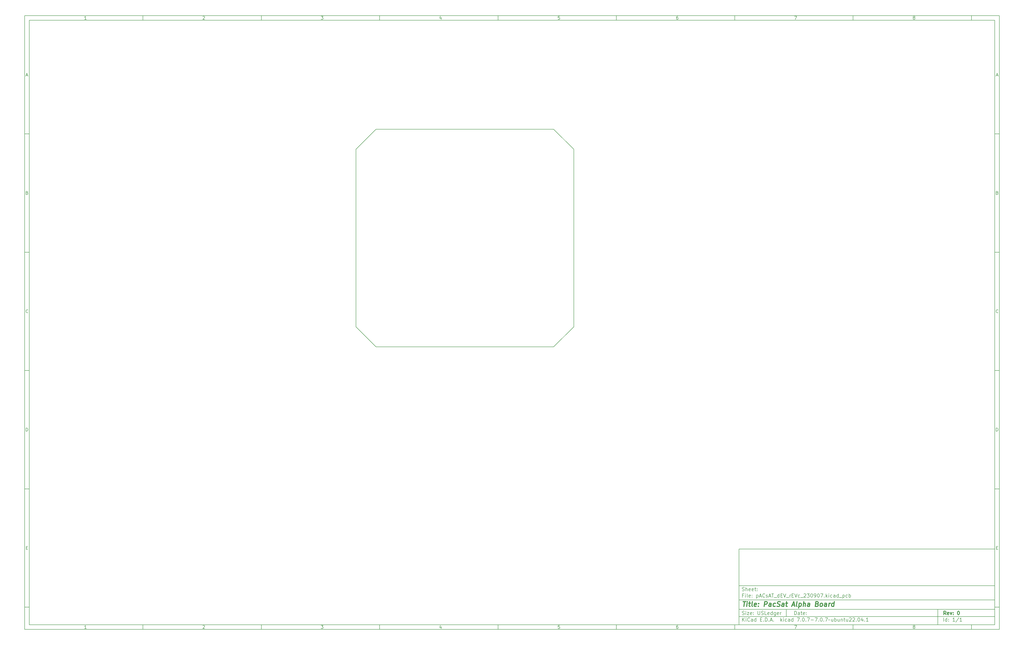
<source format=gbr>
%TF.GenerationSoftware,KiCad,Pcbnew,7.0.7-7.0.7~ubuntu22.04.1*%
%TF.CreationDate,2023-09-09T16:16:37-05:00*%
%TF.ProjectId,pACsAT_dEV_rEVc_230907,70414373-4154-45f6-9445-565f72455663,0*%
%TF.SameCoordinates,Original*%
%TF.FileFunction,Profile,NP*%
%FSLAX46Y46*%
G04 Gerber Fmt 4.6, Leading zero omitted, Abs format (unit mm)*
G04 Created by KiCad (PCBNEW 7.0.7-7.0.7~ubuntu22.04.1) date 2023-09-09 16:16:37*
%MOMM*%
%LPD*%
G01*
G04 APERTURE LIST*
%ADD10C,0.100000*%
%ADD11C,0.150000*%
%ADD12C,0.300000*%
%ADD13C,0.400000*%
%TA.AperFunction,Profile*%
%ADD14C,0.150000*%
%TD*%
G04 APERTURE END LIST*
D10*
D11*
X311800000Y-235400000D02*
X419800000Y-235400000D01*
X419800000Y-267400000D01*
X311800000Y-267400000D01*
X311800000Y-235400000D01*
D10*
D11*
X10000000Y-10000000D02*
X421800000Y-10000000D01*
X421800000Y-269400000D01*
X10000000Y-269400000D01*
X10000000Y-10000000D01*
D10*
D11*
X12000000Y-12000000D02*
X419800000Y-12000000D01*
X419800000Y-267400000D01*
X12000000Y-267400000D01*
X12000000Y-12000000D01*
D10*
D11*
X60000000Y-12000000D02*
X60000000Y-10000000D01*
D10*
D11*
X110000000Y-12000000D02*
X110000000Y-10000000D01*
D10*
D11*
X160000000Y-12000000D02*
X160000000Y-10000000D01*
D10*
D11*
X210000000Y-12000000D02*
X210000000Y-10000000D01*
D10*
D11*
X260000000Y-12000000D02*
X260000000Y-10000000D01*
D10*
D11*
X310000000Y-12000000D02*
X310000000Y-10000000D01*
D10*
D11*
X360000000Y-12000000D02*
X360000000Y-10000000D01*
D10*
D11*
X410000000Y-12000000D02*
X410000000Y-10000000D01*
D10*
D11*
X36089160Y-11593604D02*
X35346303Y-11593604D01*
X35717731Y-11593604D02*
X35717731Y-10293604D01*
X35717731Y-10293604D02*
X35593922Y-10479319D01*
X35593922Y-10479319D02*
X35470112Y-10603128D01*
X35470112Y-10603128D02*
X35346303Y-10665033D01*
D10*
D11*
X85346303Y-10417414D02*
X85408207Y-10355509D01*
X85408207Y-10355509D02*
X85532017Y-10293604D01*
X85532017Y-10293604D02*
X85841541Y-10293604D01*
X85841541Y-10293604D02*
X85965350Y-10355509D01*
X85965350Y-10355509D02*
X86027255Y-10417414D01*
X86027255Y-10417414D02*
X86089160Y-10541223D01*
X86089160Y-10541223D02*
X86089160Y-10665033D01*
X86089160Y-10665033D02*
X86027255Y-10850747D01*
X86027255Y-10850747D02*
X85284398Y-11593604D01*
X85284398Y-11593604D02*
X86089160Y-11593604D01*
D10*
D11*
X135284398Y-10293604D02*
X136089160Y-10293604D01*
X136089160Y-10293604D02*
X135655826Y-10788842D01*
X135655826Y-10788842D02*
X135841541Y-10788842D01*
X135841541Y-10788842D02*
X135965350Y-10850747D01*
X135965350Y-10850747D02*
X136027255Y-10912652D01*
X136027255Y-10912652D02*
X136089160Y-11036461D01*
X136089160Y-11036461D02*
X136089160Y-11345985D01*
X136089160Y-11345985D02*
X136027255Y-11469795D01*
X136027255Y-11469795D02*
X135965350Y-11531700D01*
X135965350Y-11531700D02*
X135841541Y-11593604D01*
X135841541Y-11593604D02*
X135470112Y-11593604D01*
X135470112Y-11593604D02*
X135346303Y-11531700D01*
X135346303Y-11531700D02*
X135284398Y-11469795D01*
D10*
D11*
X185965350Y-10726938D02*
X185965350Y-11593604D01*
X185655826Y-10231700D02*
X185346303Y-11160271D01*
X185346303Y-11160271D02*
X186151064Y-11160271D01*
D10*
D11*
X236027255Y-10293604D02*
X235408207Y-10293604D01*
X235408207Y-10293604D02*
X235346303Y-10912652D01*
X235346303Y-10912652D02*
X235408207Y-10850747D01*
X235408207Y-10850747D02*
X235532017Y-10788842D01*
X235532017Y-10788842D02*
X235841541Y-10788842D01*
X235841541Y-10788842D02*
X235965350Y-10850747D01*
X235965350Y-10850747D02*
X236027255Y-10912652D01*
X236027255Y-10912652D02*
X236089160Y-11036461D01*
X236089160Y-11036461D02*
X236089160Y-11345985D01*
X236089160Y-11345985D02*
X236027255Y-11469795D01*
X236027255Y-11469795D02*
X235965350Y-11531700D01*
X235965350Y-11531700D02*
X235841541Y-11593604D01*
X235841541Y-11593604D02*
X235532017Y-11593604D01*
X235532017Y-11593604D02*
X235408207Y-11531700D01*
X235408207Y-11531700D02*
X235346303Y-11469795D01*
D10*
D11*
X285965350Y-10293604D02*
X285717731Y-10293604D01*
X285717731Y-10293604D02*
X285593922Y-10355509D01*
X285593922Y-10355509D02*
X285532017Y-10417414D01*
X285532017Y-10417414D02*
X285408207Y-10603128D01*
X285408207Y-10603128D02*
X285346303Y-10850747D01*
X285346303Y-10850747D02*
X285346303Y-11345985D01*
X285346303Y-11345985D02*
X285408207Y-11469795D01*
X285408207Y-11469795D02*
X285470112Y-11531700D01*
X285470112Y-11531700D02*
X285593922Y-11593604D01*
X285593922Y-11593604D02*
X285841541Y-11593604D01*
X285841541Y-11593604D02*
X285965350Y-11531700D01*
X285965350Y-11531700D02*
X286027255Y-11469795D01*
X286027255Y-11469795D02*
X286089160Y-11345985D01*
X286089160Y-11345985D02*
X286089160Y-11036461D01*
X286089160Y-11036461D02*
X286027255Y-10912652D01*
X286027255Y-10912652D02*
X285965350Y-10850747D01*
X285965350Y-10850747D02*
X285841541Y-10788842D01*
X285841541Y-10788842D02*
X285593922Y-10788842D01*
X285593922Y-10788842D02*
X285470112Y-10850747D01*
X285470112Y-10850747D02*
X285408207Y-10912652D01*
X285408207Y-10912652D02*
X285346303Y-11036461D01*
D10*
D11*
X335284398Y-10293604D02*
X336151064Y-10293604D01*
X336151064Y-10293604D02*
X335593922Y-11593604D01*
D10*
D11*
X385593922Y-10850747D02*
X385470112Y-10788842D01*
X385470112Y-10788842D02*
X385408207Y-10726938D01*
X385408207Y-10726938D02*
X385346303Y-10603128D01*
X385346303Y-10603128D02*
X385346303Y-10541223D01*
X385346303Y-10541223D02*
X385408207Y-10417414D01*
X385408207Y-10417414D02*
X385470112Y-10355509D01*
X385470112Y-10355509D02*
X385593922Y-10293604D01*
X385593922Y-10293604D02*
X385841541Y-10293604D01*
X385841541Y-10293604D02*
X385965350Y-10355509D01*
X385965350Y-10355509D02*
X386027255Y-10417414D01*
X386027255Y-10417414D02*
X386089160Y-10541223D01*
X386089160Y-10541223D02*
X386089160Y-10603128D01*
X386089160Y-10603128D02*
X386027255Y-10726938D01*
X386027255Y-10726938D02*
X385965350Y-10788842D01*
X385965350Y-10788842D02*
X385841541Y-10850747D01*
X385841541Y-10850747D02*
X385593922Y-10850747D01*
X385593922Y-10850747D02*
X385470112Y-10912652D01*
X385470112Y-10912652D02*
X385408207Y-10974557D01*
X385408207Y-10974557D02*
X385346303Y-11098366D01*
X385346303Y-11098366D02*
X385346303Y-11345985D01*
X385346303Y-11345985D02*
X385408207Y-11469795D01*
X385408207Y-11469795D02*
X385470112Y-11531700D01*
X385470112Y-11531700D02*
X385593922Y-11593604D01*
X385593922Y-11593604D02*
X385841541Y-11593604D01*
X385841541Y-11593604D02*
X385965350Y-11531700D01*
X385965350Y-11531700D02*
X386027255Y-11469795D01*
X386027255Y-11469795D02*
X386089160Y-11345985D01*
X386089160Y-11345985D02*
X386089160Y-11098366D01*
X386089160Y-11098366D02*
X386027255Y-10974557D01*
X386027255Y-10974557D02*
X385965350Y-10912652D01*
X385965350Y-10912652D02*
X385841541Y-10850747D01*
D10*
D11*
X60000000Y-267400000D02*
X60000000Y-269400000D01*
D10*
D11*
X110000000Y-267400000D02*
X110000000Y-269400000D01*
D10*
D11*
X160000000Y-267400000D02*
X160000000Y-269400000D01*
D10*
D11*
X210000000Y-267400000D02*
X210000000Y-269400000D01*
D10*
D11*
X260000000Y-267400000D02*
X260000000Y-269400000D01*
D10*
D11*
X310000000Y-267400000D02*
X310000000Y-269400000D01*
D10*
D11*
X360000000Y-267400000D02*
X360000000Y-269400000D01*
D10*
D11*
X410000000Y-267400000D02*
X410000000Y-269400000D01*
D10*
D11*
X36089160Y-268993604D02*
X35346303Y-268993604D01*
X35717731Y-268993604D02*
X35717731Y-267693604D01*
X35717731Y-267693604D02*
X35593922Y-267879319D01*
X35593922Y-267879319D02*
X35470112Y-268003128D01*
X35470112Y-268003128D02*
X35346303Y-268065033D01*
D10*
D11*
X85346303Y-267817414D02*
X85408207Y-267755509D01*
X85408207Y-267755509D02*
X85532017Y-267693604D01*
X85532017Y-267693604D02*
X85841541Y-267693604D01*
X85841541Y-267693604D02*
X85965350Y-267755509D01*
X85965350Y-267755509D02*
X86027255Y-267817414D01*
X86027255Y-267817414D02*
X86089160Y-267941223D01*
X86089160Y-267941223D02*
X86089160Y-268065033D01*
X86089160Y-268065033D02*
X86027255Y-268250747D01*
X86027255Y-268250747D02*
X85284398Y-268993604D01*
X85284398Y-268993604D02*
X86089160Y-268993604D01*
D10*
D11*
X135284398Y-267693604D02*
X136089160Y-267693604D01*
X136089160Y-267693604D02*
X135655826Y-268188842D01*
X135655826Y-268188842D02*
X135841541Y-268188842D01*
X135841541Y-268188842D02*
X135965350Y-268250747D01*
X135965350Y-268250747D02*
X136027255Y-268312652D01*
X136027255Y-268312652D02*
X136089160Y-268436461D01*
X136089160Y-268436461D02*
X136089160Y-268745985D01*
X136089160Y-268745985D02*
X136027255Y-268869795D01*
X136027255Y-268869795D02*
X135965350Y-268931700D01*
X135965350Y-268931700D02*
X135841541Y-268993604D01*
X135841541Y-268993604D02*
X135470112Y-268993604D01*
X135470112Y-268993604D02*
X135346303Y-268931700D01*
X135346303Y-268931700D02*
X135284398Y-268869795D01*
D10*
D11*
X185965350Y-268126938D02*
X185965350Y-268993604D01*
X185655826Y-267631700D02*
X185346303Y-268560271D01*
X185346303Y-268560271D02*
X186151064Y-268560271D01*
D10*
D11*
X236027255Y-267693604D02*
X235408207Y-267693604D01*
X235408207Y-267693604D02*
X235346303Y-268312652D01*
X235346303Y-268312652D02*
X235408207Y-268250747D01*
X235408207Y-268250747D02*
X235532017Y-268188842D01*
X235532017Y-268188842D02*
X235841541Y-268188842D01*
X235841541Y-268188842D02*
X235965350Y-268250747D01*
X235965350Y-268250747D02*
X236027255Y-268312652D01*
X236027255Y-268312652D02*
X236089160Y-268436461D01*
X236089160Y-268436461D02*
X236089160Y-268745985D01*
X236089160Y-268745985D02*
X236027255Y-268869795D01*
X236027255Y-268869795D02*
X235965350Y-268931700D01*
X235965350Y-268931700D02*
X235841541Y-268993604D01*
X235841541Y-268993604D02*
X235532017Y-268993604D01*
X235532017Y-268993604D02*
X235408207Y-268931700D01*
X235408207Y-268931700D02*
X235346303Y-268869795D01*
D10*
D11*
X285965350Y-267693604D02*
X285717731Y-267693604D01*
X285717731Y-267693604D02*
X285593922Y-267755509D01*
X285593922Y-267755509D02*
X285532017Y-267817414D01*
X285532017Y-267817414D02*
X285408207Y-268003128D01*
X285408207Y-268003128D02*
X285346303Y-268250747D01*
X285346303Y-268250747D02*
X285346303Y-268745985D01*
X285346303Y-268745985D02*
X285408207Y-268869795D01*
X285408207Y-268869795D02*
X285470112Y-268931700D01*
X285470112Y-268931700D02*
X285593922Y-268993604D01*
X285593922Y-268993604D02*
X285841541Y-268993604D01*
X285841541Y-268993604D02*
X285965350Y-268931700D01*
X285965350Y-268931700D02*
X286027255Y-268869795D01*
X286027255Y-268869795D02*
X286089160Y-268745985D01*
X286089160Y-268745985D02*
X286089160Y-268436461D01*
X286089160Y-268436461D02*
X286027255Y-268312652D01*
X286027255Y-268312652D02*
X285965350Y-268250747D01*
X285965350Y-268250747D02*
X285841541Y-268188842D01*
X285841541Y-268188842D02*
X285593922Y-268188842D01*
X285593922Y-268188842D02*
X285470112Y-268250747D01*
X285470112Y-268250747D02*
X285408207Y-268312652D01*
X285408207Y-268312652D02*
X285346303Y-268436461D01*
D10*
D11*
X335284398Y-267693604D02*
X336151064Y-267693604D01*
X336151064Y-267693604D02*
X335593922Y-268993604D01*
D10*
D11*
X385593922Y-268250747D02*
X385470112Y-268188842D01*
X385470112Y-268188842D02*
X385408207Y-268126938D01*
X385408207Y-268126938D02*
X385346303Y-268003128D01*
X385346303Y-268003128D02*
X385346303Y-267941223D01*
X385346303Y-267941223D02*
X385408207Y-267817414D01*
X385408207Y-267817414D02*
X385470112Y-267755509D01*
X385470112Y-267755509D02*
X385593922Y-267693604D01*
X385593922Y-267693604D02*
X385841541Y-267693604D01*
X385841541Y-267693604D02*
X385965350Y-267755509D01*
X385965350Y-267755509D02*
X386027255Y-267817414D01*
X386027255Y-267817414D02*
X386089160Y-267941223D01*
X386089160Y-267941223D02*
X386089160Y-268003128D01*
X386089160Y-268003128D02*
X386027255Y-268126938D01*
X386027255Y-268126938D02*
X385965350Y-268188842D01*
X385965350Y-268188842D02*
X385841541Y-268250747D01*
X385841541Y-268250747D02*
X385593922Y-268250747D01*
X385593922Y-268250747D02*
X385470112Y-268312652D01*
X385470112Y-268312652D02*
X385408207Y-268374557D01*
X385408207Y-268374557D02*
X385346303Y-268498366D01*
X385346303Y-268498366D02*
X385346303Y-268745985D01*
X385346303Y-268745985D02*
X385408207Y-268869795D01*
X385408207Y-268869795D02*
X385470112Y-268931700D01*
X385470112Y-268931700D02*
X385593922Y-268993604D01*
X385593922Y-268993604D02*
X385841541Y-268993604D01*
X385841541Y-268993604D02*
X385965350Y-268931700D01*
X385965350Y-268931700D02*
X386027255Y-268869795D01*
X386027255Y-268869795D02*
X386089160Y-268745985D01*
X386089160Y-268745985D02*
X386089160Y-268498366D01*
X386089160Y-268498366D02*
X386027255Y-268374557D01*
X386027255Y-268374557D02*
X385965350Y-268312652D01*
X385965350Y-268312652D02*
X385841541Y-268250747D01*
D10*
D11*
X10000000Y-60000000D02*
X12000000Y-60000000D01*
D10*
D11*
X10000000Y-110000000D02*
X12000000Y-110000000D01*
D10*
D11*
X10000000Y-160000000D02*
X12000000Y-160000000D01*
D10*
D11*
X10000000Y-210000000D02*
X12000000Y-210000000D01*
D10*
D11*
X10000000Y-260000000D02*
X12000000Y-260000000D01*
D10*
D11*
X10690476Y-35222176D02*
X11309523Y-35222176D01*
X10566666Y-35593604D02*
X10999999Y-34293604D01*
X10999999Y-34293604D02*
X11433333Y-35593604D01*
D10*
D11*
X11092857Y-84912652D02*
X11278571Y-84974557D01*
X11278571Y-84974557D02*
X11340476Y-85036461D01*
X11340476Y-85036461D02*
X11402380Y-85160271D01*
X11402380Y-85160271D02*
X11402380Y-85345985D01*
X11402380Y-85345985D02*
X11340476Y-85469795D01*
X11340476Y-85469795D02*
X11278571Y-85531700D01*
X11278571Y-85531700D02*
X11154761Y-85593604D01*
X11154761Y-85593604D02*
X10659523Y-85593604D01*
X10659523Y-85593604D02*
X10659523Y-84293604D01*
X10659523Y-84293604D02*
X11092857Y-84293604D01*
X11092857Y-84293604D02*
X11216666Y-84355509D01*
X11216666Y-84355509D02*
X11278571Y-84417414D01*
X11278571Y-84417414D02*
X11340476Y-84541223D01*
X11340476Y-84541223D02*
X11340476Y-84665033D01*
X11340476Y-84665033D02*
X11278571Y-84788842D01*
X11278571Y-84788842D02*
X11216666Y-84850747D01*
X11216666Y-84850747D02*
X11092857Y-84912652D01*
X11092857Y-84912652D02*
X10659523Y-84912652D01*
D10*
D11*
X11402380Y-135469795D02*
X11340476Y-135531700D01*
X11340476Y-135531700D02*
X11154761Y-135593604D01*
X11154761Y-135593604D02*
X11030952Y-135593604D01*
X11030952Y-135593604D02*
X10845238Y-135531700D01*
X10845238Y-135531700D02*
X10721428Y-135407890D01*
X10721428Y-135407890D02*
X10659523Y-135284080D01*
X10659523Y-135284080D02*
X10597619Y-135036461D01*
X10597619Y-135036461D02*
X10597619Y-134850747D01*
X10597619Y-134850747D02*
X10659523Y-134603128D01*
X10659523Y-134603128D02*
X10721428Y-134479319D01*
X10721428Y-134479319D02*
X10845238Y-134355509D01*
X10845238Y-134355509D02*
X11030952Y-134293604D01*
X11030952Y-134293604D02*
X11154761Y-134293604D01*
X11154761Y-134293604D02*
X11340476Y-134355509D01*
X11340476Y-134355509D02*
X11402380Y-134417414D01*
D10*
D11*
X10659523Y-185593604D02*
X10659523Y-184293604D01*
X10659523Y-184293604D02*
X10969047Y-184293604D01*
X10969047Y-184293604D02*
X11154761Y-184355509D01*
X11154761Y-184355509D02*
X11278571Y-184479319D01*
X11278571Y-184479319D02*
X11340476Y-184603128D01*
X11340476Y-184603128D02*
X11402380Y-184850747D01*
X11402380Y-184850747D02*
X11402380Y-185036461D01*
X11402380Y-185036461D02*
X11340476Y-185284080D01*
X11340476Y-185284080D02*
X11278571Y-185407890D01*
X11278571Y-185407890D02*
X11154761Y-185531700D01*
X11154761Y-185531700D02*
X10969047Y-185593604D01*
X10969047Y-185593604D02*
X10659523Y-185593604D01*
D10*
D11*
X10721428Y-234912652D02*
X11154762Y-234912652D01*
X11340476Y-235593604D02*
X10721428Y-235593604D01*
X10721428Y-235593604D02*
X10721428Y-234293604D01*
X10721428Y-234293604D02*
X11340476Y-234293604D01*
D10*
D11*
X421800000Y-60000000D02*
X419800000Y-60000000D01*
D10*
D11*
X421800000Y-110000000D02*
X419800000Y-110000000D01*
D10*
D11*
X421800000Y-160000000D02*
X419800000Y-160000000D01*
D10*
D11*
X421800000Y-210000000D02*
X419800000Y-210000000D01*
D10*
D11*
X421800000Y-260000000D02*
X419800000Y-260000000D01*
D10*
D11*
X420490476Y-35222176D02*
X421109523Y-35222176D01*
X420366666Y-35593604D02*
X420799999Y-34293604D01*
X420799999Y-34293604D02*
X421233333Y-35593604D01*
D10*
D11*
X420892857Y-84912652D02*
X421078571Y-84974557D01*
X421078571Y-84974557D02*
X421140476Y-85036461D01*
X421140476Y-85036461D02*
X421202380Y-85160271D01*
X421202380Y-85160271D02*
X421202380Y-85345985D01*
X421202380Y-85345985D02*
X421140476Y-85469795D01*
X421140476Y-85469795D02*
X421078571Y-85531700D01*
X421078571Y-85531700D02*
X420954761Y-85593604D01*
X420954761Y-85593604D02*
X420459523Y-85593604D01*
X420459523Y-85593604D02*
X420459523Y-84293604D01*
X420459523Y-84293604D02*
X420892857Y-84293604D01*
X420892857Y-84293604D02*
X421016666Y-84355509D01*
X421016666Y-84355509D02*
X421078571Y-84417414D01*
X421078571Y-84417414D02*
X421140476Y-84541223D01*
X421140476Y-84541223D02*
X421140476Y-84665033D01*
X421140476Y-84665033D02*
X421078571Y-84788842D01*
X421078571Y-84788842D02*
X421016666Y-84850747D01*
X421016666Y-84850747D02*
X420892857Y-84912652D01*
X420892857Y-84912652D02*
X420459523Y-84912652D01*
D10*
D11*
X421202380Y-135469795D02*
X421140476Y-135531700D01*
X421140476Y-135531700D02*
X420954761Y-135593604D01*
X420954761Y-135593604D02*
X420830952Y-135593604D01*
X420830952Y-135593604D02*
X420645238Y-135531700D01*
X420645238Y-135531700D02*
X420521428Y-135407890D01*
X420521428Y-135407890D02*
X420459523Y-135284080D01*
X420459523Y-135284080D02*
X420397619Y-135036461D01*
X420397619Y-135036461D02*
X420397619Y-134850747D01*
X420397619Y-134850747D02*
X420459523Y-134603128D01*
X420459523Y-134603128D02*
X420521428Y-134479319D01*
X420521428Y-134479319D02*
X420645238Y-134355509D01*
X420645238Y-134355509D02*
X420830952Y-134293604D01*
X420830952Y-134293604D02*
X420954761Y-134293604D01*
X420954761Y-134293604D02*
X421140476Y-134355509D01*
X421140476Y-134355509D02*
X421202380Y-134417414D01*
D10*
D11*
X420459523Y-185593604D02*
X420459523Y-184293604D01*
X420459523Y-184293604D02*
X420769047Y-184293604D01*
X420769047Y-184293604D02*
X420954761Y-184355509D01*
X420954761Y-184355509D02*
X421078571Y-184479319D01*
X421078571Y-184479319D02*
X421140476Y-184603128D01*
X421140476Y-184603128D02*
X421202380Y-184850747D01*
X421202380Y-184850747D02*
X421202380Y-185036461D01*
X421202380Y-185036461D02*
X421140476Y-185284080D01*
X421140476Y-185284080D02*
X421078571Y-185407890D01*
X421078571Y-185407890D02*
X420954761Y-185531700D01*
X420954761Y-185531700D02*
X420769047Y-185593604D01*
X420769047Y-185593604D02*
X420459523Y-185593604D01*
D10*
D11*
X420521428Y-234912652D02*
X420954762Y-234912652D01*
X421140476Y-235593604D02*
X420521428Y-235593604D01*
X420521428Y-235593604D02*
X420521428Y-234293604D01*
X420521428Y-234293604D02*
X421140476Y-234293604D01*
D10*
D11*
X335255826Y-263186128D02*
X335255826Y-261686128D01*
X335255826Y-261686128D02*
X335612969Y-261686128D01*
X335612969Y-261686128D02*
X335827255Y-261757557D01*
X335827255Y-261757557D02*
X335970112Y-261900414D01*
X335970112Y-261900414D02*
X336041541Y-262043271D01*
X336041541Y-262043271D02*
X336112969Y-262328985D01*
X336112969Y-262328985D02*
X336112969Y-262543271D01*
X336112969Y-262543271D02*
X336041541Y-262828985D01*
X336041541Y-262828985D02*
X335970112Y-262971842D01*
X335970112Y-262971842D02*
X335827255Y-263114700D01*
X335827255Y-263114700D02*
X335612969Y-263186128D01*
X335612969Y-263186128D02*
X335255826Y-263186128D01*
X337398684Y-263186128D02*
X337398684Y-262400414D01*
X337398684Y-262400414D02*
X337327255Y-262257557D01*
X337327255Y-262257557D02*
X337184398Y-262186128D01*
X337184398Y-262186128D02*
X336898684Y-262186128D01*
X336898684Y-262186128D02*
X336755826Y-262257557D01*
X337398684Y-263114700D02*
X337255826Y-263186128D01*
X337255826Y-263186128D02*
X336898684Y-263186128D01*
X336898684Y-263186128D02*
X336755826Y-263114700D01*
X336755826Y-263114700D02*
X336684398Y-262971842D01*
X336684398Y-262971842D02*
X336684398Y-262828985D01*
X336684398Y-262828985D02*
X336755826Y-262686128D01*
X336755826Y-262686128D02*
X336898684Y-262614700D01*
X336898684Y-262614700D02*
X337255826Y-262614700D01*
X337255826Y-262614700D02*
X337398684Y-262543271D01*
X337898684Y-262186128D02*
X338470112Y-262186128D01*
X338112969Y-261686128D02*
X338112969Y-262971842D01*
X338112969Y-262971842D02*
X338184398Y-263114700D01*
X338184398Y-263114700D02*
X338327255Y-263186128D01*
X338327255Y-263186128D02*
X338470112Y-263186128D01*
X339541541Y-263114700D02*
X339398684Y-263186128D01*
X339398684Y-263186128D02*
X339112970Y-263186128D01*
X339112970Y-263186128D02*
X338970112Y-263114700D01*
X338970112Y-263114700D02*
X338898684Y-262971842D01*
X338898684Y-262971842D02*
X338898684Y-262400414D01*
X338898684Y-262400414D02*
X338970112Y-262257557D01*
X338970112Y-262257557D02*
X339112970Y-262186128D01*
X339112970Y-262186128D02*
X339398684Y-262186128D01*
X339398684Y-262186128D02*
X339541541Y-262257557D01*
X339541541Y-262257557D02*
X339612970Y-262400414D01*
X339612970Y-262400414D02*
X339612970Y-262543271D01*
X339612970Y-262543271D02*
X338898684Y-262686128D01*
X340255826Y-263043271D02*
X340327255Y-263114700D01*
X340327255Y-263114700D02*
X340255826Y-263186128D01*
X340255826Y-263186128D02*
X340184398Y-263114700D01*
X340184398Y-263114700D02*
X340255826Y-263043271D01*
X340255826Y-263043271D02*
X340255826Y-263186128D01*
X340255826Y-262257557D02*
X340327255Y-262328985D01*
X340327255Y-262328985D02*
X340255826Y-262400414D01*
X340255826Y-262400414D02*
X340184398Y-262328985D01*
X340184398Y-262328985D02*
X340255826Y-262257557D01*
X340255826Y-262257557D02*
X340255826Y-262400414D01*
D10*
D11*
X311800000Y-263900000D02*
X419800000Y-263900000D01*
D10*
D11*
X313255826Y-265986128D02*
X313255826Y-264486128D01*
X314112969Y-265986128D02*
X313470112Y-265128985D01*
X314112969Y-264486128D02*
X313255826Y-265343271D01*
X314755826Y-265986128D02*
X314755826Y-264986128D01*
X314755826Y-264486128D02*
X314684398Y-264557557D01*
X314684398Y-264557557D02*
X314755826Y-264628985D01*
X314755826Y-264628985D02*
X314827255Y-264557557D01*
X314827255Y-264557557D02*
X314755826Y-264486128D01*
X314755826Y-264486128D02*
X314755826Y-264628985D01*
X316327255Y-265843271D02*
X316255827Y-265914700D01*
X316255827Y-265914700D02*
X316041541Y-265986128D01*
X316041541Y-265986128D02*
X315898684Y-265986128D01*
X315898684Y-265986128D02*
X315684398Y-265914700D01*
X315684398Y-265914700D02*
X315541541Y-265771842D01*
X315541541Y-265771842D02*
X315470112Y-265628985D01*
X315470112Y-265628985D02*
X315398684Y-265343271D01*
X315398684Y-265343271D02*
X315398684Y-265128985D01*
X315398684Y-265128985D02*
X315470112Y-264843271D01*
X315470112Y-264843271D02*
X315541541Y-264700414D01*
X315541541Y-264700414D02*
X315684398Y-264557557D01*
X315684398Y-264557557D02*
X315898684Y-264486128D01*
X315898684Y-264486128D02*
X316041541Y-264486128D01*
X316041541Y-264486128D02*
X316255827Y-264557557D01*
X316255827Y-264557557D02*
X316327255Y-264628985D01*
X317612970Y-265986128D02*
X317612970Y-265200414D01*
X317612970Y-265200414D02*
X317541541Y-265057557D01*
X317541541Y-265057557D02*
X317398684Y-264986128D01*
X317398684Y-264986128D02*
X317112970Y-264986128D01*
X317112970Y-264986128D02*
X316970112Y-265057557D01*
X317612970Y-265914700D02*
X317470112Y-265986128D01*
X317470112Y-265986128D02*
X317112970Y-265986128D01*
X317112970Y-265986128D02*
X316970112Y-265914700D01*
X316970112Y-265914700D02*
X316898684Y-265771842D01*
X316898684Y-265771842D02*
X316898684Y-265628985D01*
X316898684Y-265628985D02*
X316970112Y-265486128D01*
X316970112Y-265486128D02*
X317112970Y-265414700D01*
X317112970Y-265414700D02*
X317470112Y-265414700D01*
X317470112Y-265414700D02*
X317612970Y-265343271D01*
X318970113Y-265986128D02*
X318970113Y-264486128D01*
X318970113Y-265914700D02*
X318827255Y-265986128D01*
X318827255Y-265986128D02*
X318541541Y-265986128D01*
X318541541Y-265986128D02*
X318398684Y-265914700D01*
X318398684Y-265914700D02*
X318327255Y-265843271D01*
X318327255Y-265843271D02*
X318255827Y-265700414D01*
X318255827Y-265700414D02*
X318255827Y-265271842D01*
X318255827Y-265271842D02*
X318327255Y-265128985D01*
X318327255Y-265128985D02*
X318398684Y-265057557D01*
X318398684Y-265057557D02*
X318541541Y-264986128D01*
X318541541Y-264986128D02*
X318827255Y-264986128D01*
X318827255Y-264986128D02*
X318970113Y-265057557D01*
X320827255Y-265200414D02*
X321327255Y-265200414D01*
X321541541Y-265986128D02*
X320827255Y-265986128D01*
X320827255Y-265986128D02*
X320827255Y-264486128D01*
X320827255Y-264486128D02*
X321541541Y-264486128D01*
X322184398Y-265843271D02*
X322255827Y-265914700D01*
X322255827Y-265914700D02*
X322184398Y-265986128D01*
X322184398Y-265986128D02*
X322112970Y-265914700D01*
X322112970Y-265914700D02*
X322184398Y-265843271D01*
X322184398Y-265843271D02*
X322184398Y-265986128D01*
X322898684Y-265986128D02*
X322898684Y-264486128D01*
X322898684Y-264486128D02*
X323255827Y-264486128D01*
X323255827Y-264486128D02*
X323470113Y-264557557D01*
X323470113Y-264557557D02*
X323612970Y-264700414D01*
X323612970Y-264700414D02*
X323684399Y-264843271D01*
X323684399Y-264843271D02*
X323755827Y-265128985D01*
X323755827Y-265128985D02*
X323755827Y-265343271D01*
X323755827Y-265343271D02*
X323684399Y-265628985D01*
X323684399Y-265628985D02*
X323612970Y-265771842D01*
X323612970Y-265771842D02*
X323470113Y-265914700D01*
X323470113Y-265914700D02*
X323255827Y-265986128D01*
X323255827Y-265986128D02*
X322898684Y-265986128D01*
X324398684Y-265843271D02*
X324470113Y-265914700D01*
X324470113Y-265914700D02*
X324398684Y-265986128D01*
X324398684Y-265986128D02*
X324327256Y-265914700D01*
X324327256Y-265914700D02*
X324398684Y-265843271D01*
X324398684Y-265843271D02*
X324398684Y-265986128D01*
X325041542Y-265557557D02*
X325755828Y-265557557D01*
X324898685Y-265986128D02*
X325398685Y-264486128D01*
X325398685Y-264486128D02*
X325898685Y-265986128D01*
X326398684Y-265843271D02*
X326470113Y-265914700D01*
X326470113Y-265914700D02*
X326398684Y-265986128D01*
X326398684Y-265986128D02*
X326327256Y-265914700D01*
X326327256Y-265914700D02*
X326398684Y-265843271D01*
X326398684Y-265843271D02*
X326398684Y-265986128D01*
X329398684Y-265986128D02*
X329398684Y-264486128D01*
X329541542Y-265414700D02*
X329970113Y-265986128D01*
X329970113Y-264986128D02*
X329398684Y-265557557D01*
X330612970Y-265986128D02*
X330612970Y-264986128D01*
X330612970Y-264486128D02*
X330541542Y-264557557D01*
X330541542Y-264557557D02*
X330612970Y-264628985D01*
X330612970Y-264628985D02*
X330684399Y-264557557D01*
X330684399Y-264557557D02*
X330612970Y-264486128D01*
X330612970Y-264486128D02*
X330612970Y-264628985D01*
X331970114Y-265914700D02*
X331827256Y-265986128D01*
X331827256Y-265986128D02*
X331541542Y-265986128D01*
X331541542Y-265986128D02*
X331398685Y-265914700D01*
X331398685Y-265914700D02*
X331327256Y-265843271D01*
X331327256Y-265843271D02*
X331255828Y-265700414D01*
X331255828Y-265700414D02*
X331255828Y-265271842D01*
X331255828Y-265271842D02*
X331327256Y-265128985D01*
X331327256Y-265128985D02*
X331398685Y-265057557D01*
X331398685Y-265057557D02*
X331541542Y-264986128D01*
X331541542Y-264986128D02*
X331827256Y-264986128D01*
X331827256Y-264986128D02*
X331970114Y-265057557D01*
X333255828Y-265986128D02*
X333255828Y-265200414D01*
X333255828Y-265200414D02*
X333184399Y-265057557D01*
X333184399Y-265057557D02*
X333041542Y-264986128D01*
X333041542Y-264986128D02*
X332755828Y-264986128D01*
X332755828Y-264986128D02*
X332612970Y-265057557D01*
X333255828Y-265914700D02*
X333112970Y-265986128D01*
X333112970Y-265986128D02*
X332755828Y-265986128D01*
X332755828Y-265986128D02*
X332612970Y-265914700D01*
X332612970Y-265914700D02*
X332541542Y-265771842D01*
X332541542Y-265771842D02*
X332541542Y-265628985D01*
X332541542Y-265628985D02*
X332612970Y-265486128D01*
X332612970Y-265486128D02*
X332755828Y-265414700D01*
X332755828Y-265414700D02*
X333112970Y-265414700D01*
X333112970Y-265414700D02*
X333255828Y-265343271D01*
X334612971Y-265986128D02*
X334612971Y-264486128D01*
X334612971Y-265914700D02*
X334470113Y-265986128D01*
X334470113Y-265986128D02*
X334184399Y-265986128D01*
X334184399Y-265986128D02*
X334041542Y-265914700D01*
X334041542Y-265914700D02*
X333970113Y-265843271D01*
X333970113Y-265843271D02*
X333898685Y-265700414D01*
X333898685Y-265700414D02*
X333898685Y-265271842D01*
X333898685Y-265271842D02*
X333970113Y-265128985D01*
X333970113Y-265128985D02*
X334041542Y-265057557D01*
X334041542Y-265057557D02*
X334184399Y-264986128D01*
X334184399Y-264986128D02*
X334470113Y-264986128D01*
X334470113Y-264986128D02*
X334612971Y-265057557D01*
X336327256Y-264486128D02*
X337327256Y-264486128D01*
X337327256Y-264486128D02*
X336684399Y-265986128D01*
X337898684Y-265843271D02*
X337970113Y-265914700D01*
X337970113Y-265914700D02*
X337898684Y-265986128D01*
X337898684Y-265986128D02*
X337827256Y-265914700D01*
X337827256Y-265914700D02*
X337898684Y-265843271D01*
X337898684Y-265843271D02*
X337898684Y-265986128D01*
X338898685Y-264486128D02*
X339041542Y-264486128D01*
X339041542Y-264486128D02*
X339184399Y-264557557D01*
X339184399Y-264557557D02*
X339255828Y-264628985D01*
X339255828Y-264628985D02*
X339327256Y-264771842D01*
X339327256Y-264771842D02*
X339398685Y-265057557D01*
X339398685Y-265057557D02*
X339398685Y-265414700D01*
X339398685Y-265414700D02*
X339327256Y-265700414D01*
X339327256Y-265700414D02*
X339255828Y-265843271D01*
X339255828Y-265843271D02*
X339184399Y-265914700D01*
X339184399Y-265914700D02*
X339041542Y-265986128D01*
X339041542Y-265986128D02*
X338898685Y-265986128D01*
X338898685Y-265986128D02*
X338755828Y-265914700D01*
X338755828Y-265914700D02*
X338684399Y-265843271D01*
X338684399Y-265843271D02*
X338612970Y-265700414D01*
X338612970Y-265700414D02*
X338541542Y-265414700D01*
X338541542Y-265414700D02*
X338541542Y-265057557D01*
X338541542Y-265057557D02*
X338612970Y-264771842D01*
X338612970Y-264771842D02*
X338684399Y-264628985D01*
X338684399Y-264628985D02*
X338755828Y-264557557D01*
X338755828Y-264557557D02*
X338898685Y-264486128D01*
X340041541Y-265843271D02*
X340112970Y-265914700D01*
X340112970Y-265914700D02*
X340041541Y-265986128D01*
X340041541Y-265986128D02*
X339970113Y-265914700D01*
X339970113Y-265914700D02*
X340041541Y-265843271D01*
X340041541Y-265843271D02*
X340041541Y-265986128D01*
X340612970Y-264486128D02*
X341612970Y-264486128D01*
X341612970Y-264486128D02*
X340970113Y-265986128D01*
X342184398Y-265414700D02*
X343327256Y-265414700D01*
X343898684Y-264486128D02*
X344898684Y-264486128D01*
X344898684Y-264486128D02*
X344255827Y-265986128D01*
X345470112Y-265843271D02*
X345541541Y-265914700D01*
X345541541Y-265914700D02*
X345470112Y-265986128D01*
X345470112Y-265986128D02*
X345398684Y-265914700D01*
X345398684Y-265914700D02*
X345470112Y-265843271D01*
X345470112Y-265843271D02*
X345470112Y-265986128D01*
X346470113Y-264486128D02*
X346612970Y-264486128D01*
X346612970Y-264486128D02*
X346755827Y-264557557D01*
X346755827Y-264557557D02*
X346827256Y-264628985D01*
X346827256Y-264628985D02*
X346898684Y-264771842D01*
X346898684Y-264771842D02*
X346970113Y-265057557D01*
X346970113Y-265057557D02*
X346970113Y-265414700D01*
X346970113Y-265414700D02*
X346898684Y-265700414D01*
X346898684Y-265700414D02*
X346827256Y-265843271D01*
X346827256Y-265843271D02*
X346755827Y-265914700D01*
X346755827Y-265914700D02*
X346612970Y-265986128D01*
X346612970Y-265986128D02*
X346470113Y-265986128D01*
X346470113Y-265986128D02*
X346327256Y-265914700D01*
X346327256Y-265914700D02*
X346255827Y-265843271D01*
X346255827Y-265843271D02*
X346184398Y-265700414D01*
X346184398Y-265700414D02*
X346112970Y-265414700D01*
X346112970Y-265414700D02*
X346112970Y-265057557D01*
X346112970Y-265057557D02*
X346184398Y-264771842D01*
X346184398Y-264771842D02*
X346255827Y-264628985D01*
X346255827Y-264628985D02*
X346327256Y-264557557D01*
X346327256Y-264557557D02*
X346470113Y-264486128D01*
X347612969Y-265843271D02*
X347684398Y-265914700D01*
X347684398Y-265914700D02*
X347612969Y-265986128D01*
X347612969Y-265986128D02*
X347541541Y-265914700D01*
X347541541Y-265914700D02*
X347612969Y-265843271D01*
X347612969Y-265843271D02*
X347612969Y-265986128D01*
X348184398Y-264486128D02*
X349184398Y-264486128D01*
X349184398Y-264486128D02*
X348541541Y-265986128D01*
X349541541Y-265414700D02*
X349612969Y-265343271D01*
X349612969Y-265343271D02*
X349755826Y-265271842D01*
X349755826Y-265271842D02*
X350041541Y-265414700D01*
X350041541Y-265414700D02*
X350184398Y-265343271D01*
X350184398Y-265343271D02*
X350255826Y-265271842D01*
X351470113Y-264986128D02*
X351470113Y-265986128D01*
X350827255Y-264986128D02*
X350827255Y-265771842D01*
X350827255Y-265771842D02*
X350898684Y-265914700D01*
X350898684Y-265914700D02*
X351041541Y-265986128D01*
X351041541Y-265986128D02*
X351255827Y-265986128D01*
X351255827Y-265986128D02*
X351398684Y-265914700D01*
X351398684Y-265914700D02*
X351470113Y-265843271D01*
X352184398Y-265986128D02*
X352184398Y-264486128D01*
X352184398Y-265057557D02*
X352327256Y-264986128D01*
X352327256Y-264986128D02*
X352612970Y-264986128D01*
X352612970Y-264986128D02*
X352755827Y-265057557D01*
X352755827Y-265057557D02*
X352827256Y-265128985D01*
X352827256Y-265128985D02*
X352898684Y-265271842D01*
X352898684Y-265271842D02*
X352898684Y-265700414D01*
X352898684Y-265700414D02*
X352827256Y-265843271D01*
X352827256Y-265843271D02*
X352755827Y-265914700D01*
X352755827Y-265914700D02*
X352612970Y-265986128D01*
X352612970Y-265986128D02*
X352327256Y-265986128D01*
X352327256Y-265986128D02*
X352184398Y-265914700D01*
X354184399Y-264986128D02*
X354184399Y-265986128D01*
X353541541Y-264986128D02*
X353541541Y-265771842D01*
X353541541Y-265771842D02*
X353612970Y-265914700D01*
X353612970Y-265914700D02*
X353755827Y-265986128D01*
X353755827Y-265986128D02*
X353970113Y-265986128D01*
X353970113Y-265986128D02*
X354112970Y-265914700D01*
X354112970Y-265914700D02*
X354184399Y-265843271D01*
X354898684Y-264986128D02*
X354898684Y-265986128D01*
X354898684Y-265128985D02*
X354970113Y-265057557D01*
X354970113Y-265057557D02*
X355112970Y-264986128D01*
X355112970Y-264986128D02*
X355327256Y-264986128D01*
X355327256Y-264986128D02*
X355470113Y-265057557D01*
X355470113Y-265057557D02*
X355541542Y-265200414D01*
X355541542Y-265200414D02*
X355541542Y-265986128D01*
X356041542Y-264986128D02*
X356612970Y-264986128D01*
X356255827Y-264486128D02*
X356255827Y-265771842D01*
X356255827Y-265771842D02*
X356327256Y-265914700D01*
X356327256Y-265914700D02*
X356470113Y-265986128D01*
X356470113Y-265986128D02*
X356612970Y-265986128D01*
X357755828Y-264986128D02*
X357755828Y-265986128D01*
X357112970Y-264986128D02*
X357112970Y-265771842D01*
X357112970Y-265771842D02*
X357184399Y-265914700D01*
X357184399Y-265914700D02*
X357327256Y-265986128D01*
X357327256Y-265986128D02*
X357541542Y-265986128D01*
X357541542Y-265986128D02*
X357684399Y-265914700D01*
X357684399Y-265914700D02*
X357755828Y-265843271D01*
X358398685Y-264628985D02*
X358470113Y-264557557D01*
X358470113Y-264557557D02*
X358612971Y-264486128D01*
X358612971Y-264486128D02*
X358970113Y-264486128D01*
X358970113Y-264486128D02*
X359112971Y-264557557D01*
X359112971Y-264557557D02*
X359184399Y-264628985D01*
X359184399Y-264628985D02*
X359255828Y-264771842D01*
X359255828Y-264771842D02*
X359255828Y-264914700D01*
X359255828Y-264914700D02*
X359184399Y-265128985D01*
X359184399Y-265128985D02*
X358327256Y-265986128D01*
X358327256Y-265986128D02*
X359255828Y-265986128D01*
X359827256Y-264628985D02*
X359898684Y-264557557D01*
X359898684Y-264557557D02*
X360041542Y-264486128D01*
X360041542Y-264486128D02*
X360398684Y-264486128D01*
X360398684Y-264486128D02*
X360541542Y-264557557D01*
X360541542Y-264557557D02*
X360612970Y-264628985D01*
X360612970Y-264628985D02*
X360684399Y-264771842D01*
X360684399Y-264771842D02*
X360684399Y-264914700D01*
X360684399Y-264914700D02*
X360612970Y-265128985D01*
X360612970Y-265128985D02*
X359755827Y-265986128D01*
X359755827Y-265986128D02*
X360684399Y-265986128D01*
X361327255Y-265843271D02*
X361398684Y-265914700D01*
X361398684Y-265914700D02*
X361327255Y-265986128D01*
X361327255Y-265986128D02*
X361255827Y-265914700D01*
X361255827Y-265914700D02*
X361327255Y-265843271D01*
X361327255Y-265843271D02*
X361327255Y-265986128D01*
X362327256Y-264486128D02*
X362470113Y-264486128D01*
X362470113Y-264486128D02*
X362612970Y-264557557D01*
X362612970Y-264557557D02*
X362684399Y-264628985D01*
X362684399Y-264628985D02*
X362755827Y-264771842D01*
X362755827Y-264771842D02*
X362827256Y-265057557D01*
X362827256Y-265057557D02*
X362827256Y-265414700D01*
X362827256Y-265414700D02*
X362755827Y-265700414D01*
X362755827Y-265700414D02*
X362684399Y-265843271D01*
X362684399Y-265843271D02*
X362612970Y-265914700D01*
X362612970Y-265914700D02*
X362470113Y-265986128D01*
X362470113Y-265986128D02*
X362327256Y-265986128D01*
X362327256Y-265986128D02*
X362184399Y-265914700D01*
X362184399Y-265914700D02*
X362112970Y-265843271D01*
X362112970Y-265843271D02*
X362041541Y-265700414D01*
X362041541Y-265700414D02*
X361970113Y-265414700D01*
X361970113Y-265414700D02*
X361970113Y-265057557D01*
X361970113Y-265057557D02*
X362041541Y-264771842D01*
X362041541Y-264771842D02*
X362112970Y-264628985D01*
X362112970Y-264628985D02*
X362184399Y-264557557D01*
X362184399Y-264557557D02*
X362327256Y-264486128D01*
X364112970Y-264986128D02*
X364112970Y-265986128D01*
X363755827Y-264414700D02*
X363398684Y-265486128D01*
X363398684Y-265486128D02*
X364327255Y-265486128D01*
X364898683Y-265843271D02*
X364970112Y-265914700D01*
X364970112Y-265914700D02*
X364898683Y-265986128D01*
X364898683Y-265986128D02*
X364827255Y-265914700D01*
X364827255Y-265914700D02*
X364898683Y-265843271D01*
X364898683Y-265843271D02*
X364898683Y-265986128D01*
X366398684Y-265986128D02*
X365541541Y-265986128D01*
X365970112Y-265986128D02*
X365970112Y-264486128D01*
X365970112Y-264486128D02*
X365827255Y-264700414D01*
X365827255Y-264700414D02*
X365684398Y-264843271D01*
X365684398Y-264843271D02*
X365541541Y-264914700D01*
D10*
D11*
X311800000Y-260900000D02*
X419800000Y-260900000D01*
D10*
D12*
X399211653Y-263178328D02*
X398711653Y-262464042D01*
X398354510Y-263178328D02*
X398354510Y-261678328D01*
X398354510Y-261678328D02*
X398925939Y-261678328D01*
X398925939Y-261678328D02*
X399068796Y-261749757D01*
X399068796Y-261749757D02*
X399140225Y-261821185D01*
X399140225Y-261821185D02*
X399211653Y-261964042D01*
X399211653Y-261964042D02*
X399211653Y-262178328D01*
X399211653Y-262178328D02*
X399140225Y-262321185D01*
X399140225Y-262321185D02*
X399068796Y-262392614D01*
X399068796Y-262392614D02*
X398925939Y-262464042D01*
X398925939Y-262464042D02*
X398354510Y-262464042D01*
X400425939Y-263106900D02*
X400283082Y-263178328D01*
X400283082Y-263178328D02*
X399997368Y-263178328D01*
X399997368Y-263178328D02*
X399854510Y-263106900D01*
X399854510Y-263106900D02*
X399783082Y-262964042D01*
X399783082Y-262964042D02*
X399783082Y-262392614D01*
X399783082Y-262392614D02*
X399854510Y-262249757D01*
X399854510Y-262249757D02*
X399997368Y-262178328D01*
X399997368Y-262178328D02*
X400283082Y-262178328D01*
X400283082Y-262178328D02*
X400425939Y-262249757D01*
X400425939Y-262249757D02*
X400497368Y-262392614D01*
X400497368Y-262392614D02*
X400497368Y-262535471D01*
X400497368Y-262535471D02*
X399783082Y-262678328D01*
X400997367Y-262178328D02*
X401354510Y-263178328D01*
X401354510Y-263178328D02*
X401711653Y-262178328D01*
X402283081Y-263035471D02*
X402354510Y-263106900D01*
X402354510Y-263106900D02*
X402283081Y-263178328D01*
X402283081Y-263178328D02*
X402211653Y-263106900D01*
X402211653Y-263106900D02*
X402283081Y-263035471D01*
X402283081Y-263035471D02*
X402283081Y-263178328D01*
X402283081Y-262249757D02*
X402354510Y-262321185D01*
X402354510Y-262321185D02*
X402283081Y-262392614D01*
X402283081Y-262392614D02*
X402211653Y-262321185D01*
X402211653Y-262321185D02*
X402283081Y-262249757D01*
X402283081Y-262249757D02*
X402283081Y-262392614D01*
X404425939Y-261678328D02*
X404568796Y-261678328D01*
X404568796Y-261678328D02*
X404711653Y-261749757D01*
X404711653Y-261749757D02*
X404783082Y-261821185D01*
X404783082Y-261821185D02*
X404854510Y-261964042D01*
X404854510Y-261964042D02*
X404925939Y-262249757D01*
X404925939Y-262249757D02*
X404925939Y-262606900D01*
X404925939Y-262606900D02*
X404854510Y-262892614D01*
X404854510Y-262892614D02*
X404783082Y-263035471D01*
X404783082Y-263035471D02*
X404711653Y-263106900D01*
X404711653Y-263106900D02*
X404568796Y-263178328D01*
X404568796Y-263178328D02*
X404425939Y-263178328D01*
X404425939Y-263178328D02*
X404283082Y-263106900D01*
X404283082Y-263106900D02*
X404211653Y-263035471D01*
X404211653Y-263035471D02*
X404140224Y-262892614D01*
X404140224Y-262892614D02*
X404068796Y-262606900D01*
X404068796Y-262606900D02*
X404068796Y-262249757D01*
X404068796Y-262249757D02*
X404140224Y-261964042D01*
X404140224Y-261964042D02*
X404211653Y-261821185D01*
X404211653Y-261821185D02*
X404283082Y-261749757D01*
X404283082Y-261749757D02*
X404425939Y-261678328D01*
D10*
D11*
X313184398Y-263114700D02*
X313398684Y-263186128D01*
X313398684Y-263186128D02*
X313755826Y-263186128D01*
X313755826Y-263186128D02*
X313898684Y-263114700D01*
X313898684Y-263114700D02*
X313970112Y-263043271D01*
X313970112Y-263043271D02*
X314041541Y-262900414D01*
X314041541Y-262900414D02*
X314041541Y-262757557D01*
X314041541Y-262757557D02*
X313970112Y-262614700D01*
X313970112Y-262614700D02*
X313898684Y-262543271D01*
X313898684Y-262543271D02*
X313755826Y-262471842D01*
X313755826Y-262471842D02*
X313470112Y-262400414D01*
X313470112Y-262400414D02*
X313327255Y-262328985D01*
X313327255Y-262328985D02*
X313255826Y-262257557D01*
X313255826Y-262257557D02*
X313184398Y-262114700D01*
X313184398Y-262114700D02*
X313184398Y-261971842D01*
X313184398Y-261971842D02*
X313255826Y-261828985D01*
X313255826Y-261828985D02*
X313327255Y-261757557D01*
X313327255Y-261757557D02*
X313470112Y-261686128D01*
X313470112Y-261686128D02*
X313827255Y-261686128D01*
X313827255Y-261686128D02*
X314041541Y-261757557D01*
X314684397Y-263186128D02*
X314684397Y-262186128D01*
X314684397Y-261686128D02*
X314612969Y-261757557D01*
X314612969Y-261757557D02*
X314684397Y-261828985D01*
X314684397Y-261828985D02*
X314755826Y-261757557D01*
X314755826Y-261757557D02*
X314684397Y-261686128D01*
X314684397Y-261686128D02*
X314684397Y-261828985D01*
X315255826Y-262186128D02*
X316041541Y-262186128D01*
X316041541Y-262186128D02*
X315255826Y-263186128D01*
X315255826Y-263186128D02*
X316041541Y-263186128D01*
X317184398Y-263114700D02*
X317041541Y-263186128D01*
X317041541Y-263186128D02*
X316755827Y-263186128D01*
X316755827Y-263186128D02*
X316612969Y-263114700D01*
X316612969Y-263114700D02*
X316541541Y-262971842D01*
X316541541Y-262971842D02*
X316541541Y-262400414D01*
X316541541Y-262400414D02*
X316612969Y-262257557D01*
X316612969Y-262257557D02*
X316755827Y-262186128D01*
X316755827Y-262186128D02*
X317041541Y-262186128D01*
X317041541Y-262186128D02*
X317184398Y-262257557D01*
X317184398Y-262257557D02*
X317255827Y-262400414D01*
X317255827Y-262400414D02*
X317255827Y-262543271D01*
X317255827Y-262543271D02*
X316541541Y-262686128D01*
X317898683Y-263043271D02*
X317970112Y-263114700D01*
X317970112Y-263114700D02*
X317898683Y-263186128D01*
X317898683Y-263186128D02*
X317827255Y-263114700D01*
X317827255Y-263114700D02*
X317898683Y-263043271D01*
X317898683Y-263043271D02*
X317898683Y-263186128D01*
X317898683Y-262257557D02*
X317970112Y-262328985D01*
X317970112Y-262328985D02*
X317898683Y-262400414D01*
X317898683Y-262400414D02*
X317827255Y-262328985D01*
X317827255Y-262328985D02*
X317898683Y-262257557D01*
X317898683Y-262257557D02*
X317898683Y-262400414D01*
X319755826Y-261686128D02*
X319755826Y-262900414D01*
X319755826Y-262900414D02*
X319827255Y-263043271D01*
X319827255Y-263043271D02*
X319898684Y-263114700D01*
X319898684Y-263114700D02*
X320041541Y-263186128D01*
X320041541Y-263186128D02*
X320327255Y-263186128D01*
X320327255Y-263186128D02*
X320470112Y-263114700D01*
X320470112Y-263114700D02*
X320541541Y-263043271D01*
X320541541Y-263043271D02*
X320612969Y-262900414D01*
X320612969Y-262900414D02*
X320612969Y-261686128D01*
X321255827Y-263114700D02*
X321470113Y-263186128D01*
X321470113Y-263186128D02*
X321827255Y-263186128D01*
X321827255Y-263186128D02*
X321970113Y-263114700D01*
X321970113Y-263114700D02*
X322041541Y-263043271D01*
X322041541Y-263043271D02*
X322112970Y-262900414D01*
X322112970Y-262900414D02*
X322112970Y-262757557D01*
X322112970Y-262757557D02*
X322041541Y-262614700D01*
X322041541Y-262614700D02*
X321970113Y-262543271D01*
X321970113Y-262543271D02*
X321827255Y-262471842D01*
X321827255Y-262471842D02*
X321541541Y-262400414D01*
X321541541Y-262400414D02*
X321398684Y-262328985D01*
X321398684Y-262328985D02*
X321327255Y-262257557D01*
X321327255Y-262257557D02*
X321255827Y-262114700D01*
X321255827Y-262114700D02*
X321255827Y-261971842D01*
X321255827Y-261971842D02*
X321327255Y-261828985D01*
X321327255Y-261828985D02*
X321398684Y-261757557D01*
X321398684Y-261757557D02*
X321541541Y-261686128D01*
X321541541Y-261686128D02*
X321898684Y-261686128D01*
X321898684Y-261686128D02*
X322112970Y-261757557D01*
X323470112Y-263186128D02*
X322755826Y-263186128D01*
X322755826Y-263186128D02*
X322755826Y-261686128D01*
X324541541Y-263114700D02*
X324398684Y-263186128D01*
X324398684Y-263186128D02*
X324112970Y-263186128D01*
X324112970Y-263186128D02*
X323970112Y-263114700D01*
X323970112Y-263114700D02*
X323898684Y-262971842D01*
X323898684Y-262971842D02*
X323898684Y-262400414D01*
X323898684Y-262400414D02*
X323970112Y-262257557D01*
X323970112Y-262257557D02*
X324112970Y-262186128D01*
X324112970Y-262186128D02*
X324398684Y-262186128D01*
X324398684Y-262186128D02*
X324541541Y-262257557D01*
X324541541Y-262257557D02*
X324612970Y-262400414D01*
X324612970Y-262400414D02*
X324612970Y-262543271D01*
X324612970Y-262543271D02*
X323898684Y-262686128D01*
X325898684Y-263186128D02*
X325898684Y-261686128D01*
X325898684Y-263114700D02*
X325755826Y-263186128D01*
X325755826Y-263186128D02*
X325470112Y-263186128D01*
X325470112Y-263186128D02*
X325327255Y-263114700D01*
X325327255Y-263114700D02*
X325255826Y-263043271D01*
X325255826Y-263043271D02*
X325184398Y-262900414D01*
X325184398Y-262900414D02*
X325184398Y-262471842D01*
X325184398Y-262471842D02*
X325255826Y-262328985D01*
X325255826Y-262328985D02*
X325327255Y-262257557D01*
X325327255Y-262257557D02*
X325470112Y-262186128D01*
X325470112Y-262186128D02*
X325755826Y-262186128D01*
X325755826Y-262186128D02*
X325898684Y-262257557D01*
X327255827Y-262186128D02*
X327255827Y-263400414D01*
X327255827Y-263400414D02*
X327184398Y-263543271D01*
X327184398Y-263543271D02*
X327112969Y-263614700D01*
X327112969Y-263614700D02*
X326970112Y-263686128D01*
X326970112Y-263686128D02*
X326755827Y-263686128D01*
X326755827Y-263686128D02*
X326612969Y-263614700D01*
X327255827Y-263114700D02*
X327112969Y-263186128D01*
X327112969Y-263186128D02*
X326827255Y-263186128D01*
X326827255Y-263186128D02*
X326684398Y-263114700D01*
X326684398Y-263114700D02*
X326612969Y-263043271D01*
X326612969Y-263043271D02*
X326541541Y-262900414D01*
X326541541Y-262900414D02*
X326541541Y-262471842D01*
X326541541Y-262471842D02*
X326612969Y-262328985D01*
X326612969Y-262328985D02*
X326684398Y-262257557D01*
X326684398Y-262257557D02*
X326827255Y-262186128D01*
X326827255Y-262186128D02*
X327112969Y-262186128D01*
X327112969Y-262186128D02*
X327255827Y-262257557D01*
X328541541Y-263114700D02*
X328398684Y-263186128D01*
X328398684Y-263186128D02*
X328112970Y-263186128D01*
X328112970Y-263186128D02*
X327970112Y-263114700D01*
X327970112Y-263114700D02*
X327898684Y-262971842D01*
X327898684Y-262971842D02*
X327898684Y-262400414D01*
X327898684Y-262400414D02*
X327970112Y-262257557D01*
X327970112Y-262257557D02*
X328112970Y-262186128D01*
X328112970Y-262186128D02*
X328398684Y-262186128D01*
X328398684Y-262186128D02*
X328541541Y-262257557D01*
X328541541Y-262257557D02*
X328612970Y-262400414D01*
X328612970Y-262400414D02*
X328612970Y-262543271D01*
X328612970Y-262543271D02*
X327898684Y-262686128D01*
X329255826Y-263186128D02*
X329255826Y-262186128D01*
X329255826Y-262471842D02*
X329327255Y-262328985D01*
X329327255Y-262328985D02*
X329398684Y-262257557D01*
X329398684Y-262257557D02*
X329541541Y-262186128D01*
X329541541Y-262186128D02*
X329684398Y-262186128D01*
D10*
D11*
X398255826Y-265986128D02*
X398255826Y-264486128D01*
X399612970Y-265986128D02*
X399612970Y-264486128D01*
X399612970Y-265914700D02*
X399470112Y-265986128D01*
X399470112Y-265986128D02*
X399184398Y-265986128D01*
X399184398Y-265986128D02*
X399041541Y-265914700D01*
X399041541Y-265914700D02*
X398970112Y-265843271D01*
X398970112Y-265843271D02*
X398898684Y-265700414D01*
X398898684Y-265700414D02*
X398898684Y-265271842D01*
X398898684Y-265271842D02*
X398970112Y-265128985D01*
X398970112Y-265128985D02*
X399041541Y-265057557D01*
X399041541Y-265057557D02*
X399184398Y-264986128D01*
X399184398Y-264986128D02*
X399470112Y-264986128D01*
X399470112Y-264986128D02*
X399612970Y-265057557D01*
X400327255Y-265843271D02*
X400398684Y-265914700D01*
X400398684Y-265914700D02*
X400327255Y-265986128D01*
X400327255Y-265986128D02*
X400255827Y-265914700D01*
X400255827Y-265914700D02*
X400327255Y-265843271D01*
X400327255Y-265843271D02*
X400327255Y-265986128D01*
X400327255Y-265057557D02*
X400398684Y-265128985D01*
X400398684Y-265128985D02*
X400327255Y-265200414D01*
X400327255Y-265200414D02*
X400255827Y-265128985D01*
X400255827Y-265128985D02*
X400327255Y-265057557D01*
X400327255Y-265057557D02*
X400327255Y-265200414D01*
X402970113Y-265986128D02*
X402112970Y-265986128D01*
X402541541Y-265986128D02*
X402541541Y-264486128D01*
X402541541Y-264486128D02*
X402398684Y-264700414D01*
X402398684Y-264700414D02*
X402255827Y-264843271D01*
X402255827Y-264843271D02*
X402112970Y-264914700D01*
X404684398Y-264414700D02*
X403398684Y-266343271D01*
X405970113Y-265986128D02*
X405112970Y-265986128D01*
X405541541Y-265986128D02*
X405541541Y-264486128D01*
X405541541Y-264486128D02*
X405398684Y-264700414D01*
X405398684Y-264700414D02*
X405255827Y-264843271D01*
X405255827Y-264843271D02*
X405112970Y-264914700D01*
D10*
D11*
X311800000Y-256900000D02*
X419800000Y-256900000D01*
D10*
D13*
X313491728Y-257604438D02*
X314634585Y-257604438D01*
X313813157Y-259604438D02*
X314063157Y-257604438D01*
X315051252Y-259604438D02*
X315217919Y-258271104D01*
X315301252Y-257604438D02*
X315194109Y-257699676D01*
X315194109Y-257699676D02*
X315277443Y-257794914D01*
X315277443Y-257794914D02*
X315384586Y-257699676D01*
X315384586Y-257699676D02*
X315301252Y-257604438D01*
X315301252Y-257604438D02*
X315277443Y-257794914D01*
X315884586Y-258271104D02*
X316646490Y-258271104D01*
X316253633Y-257604438D02*
X316039348Y-259318723D01*
X316039348Y-259318723D02*
X316110776Y-259509200D01*
X316110776Y-259509200D02*
X316289348Y-259604438D01*
X316289348Y-259604438D02*
X316479824Y-259604438D01*
X317432205Y-259604438D02*
X317253633Y-259509200D01*
X317253633Y-259509200D02*
X317182205Y-259318723D01*
X317182205Y-259318723D02*
X317396490Y-257604438D01*
X318967919Y-259509200D02*
X318765538Y-259604438D01*
X318765538Y-259604438D02*
X318384585Y-259604438D01*
X318384585Y-259604438D02*
X318206014Y-259509200D01*
X318206014Y-259509200D02*
X318134585Y-259318723D01*
X318134585Y-259318723D02*
X318229824Y-258556819D01*
X318229824Y-258556819D02*
X318348871Y-258366342D01*
X318348871Y-258366342D02*
X318551252Y-258271104D01*
X318551252Y-258271104D02*
X318932204Y-258271104D01*
X318932204Y-258271104D02*
X319110776Y-258366342D01*
X319110776Y-258366342D02*
X319182204Y-258556819D01*
X319182204Y-258556819D02*
X319158395Y-258747295D01*
X319158395Y-258747295D02*
X318182204Y-258937771D01*
X319932205Y-259413961D02*
X320015538Y-259509200D01*
X320015538Y-259509200D02*
X319908395Y-259604438D01*
X319908395Y-259604438D02*
X319825062Y-259509200D01*
X319825062Y-259509200D02*
X319932205Y-259413961D01*
X319932205Y-259413961D02*
X319908395Y-259604438D01*
X320063157Y-258366342D02*
X320146490Y-258461580D01*
X320146490Y-258461580D02*
X320039348Y-258556819D01*
X320039348Y-258556819D02*
X319956014Y-258461580D01*
X319956014Y-258461580D02*
X320063157Y-258366342D01*
X320063157Y-258366342D02*
X320039348Y-258556819D01*
X322384586Y-259604438D02*
X322634586Y-257604438D01*
X322634586Y-257604438D02*
X323396491Y-257604438D01*
X323396491Y-257604438D02*
X323575062Y-257699676D01*
X323575062Y-257699676D02*
X323658396Y-257794914D01*
X323658396Y-257794914D02*
X323729824Y-257985390D01*
X323729824Y-257985390D02*
X323694110Y-258271104D01*
X323694110Y-258271104D02*
X323575062Y-258461580D01*
X323575062Y-258461580D02*
X323467920Y-258556819D01*
X323467920Y-258556819D02*
X323265539Y-258652057D01*
X323265539Y-258652057D02*
X322503634Y-258652057D01*
X325241729Y-259604438D02*
X325372681Y-258556819D01*
X325372681Y-258556819D02*
X325301253Y-258366342D01*
X325301253Y-258366342D02*
X325122681Y-258271104D01*
X325122681Y-258271104D02*
X324741729Y-258271104D01*
X324741729Y-258271104D02*
X324539348Y-258366342D01*
X325253634Y-259509200D02*
X325051253Y-259604438D01*
X325051253Y-259604438D02*
X324575062Y-259604438D01*
X324575062Y-259604438D02*
X324396491Y-259509200D01*
X324396491Y-259509200D02*
X324325062Y-259318723D01*
X324325062Y-259318723D02*
X324348872Y-259128247D01*
X324348872Y-259128247D02*
X324467920Y-258937771D01*
X324467920Y-258937771D02*
X324670301Y-258842533D01*
X324670301Y-258842533D02*
X325146491Y-258842533D01*
X325146491Y-258842533D02*
X325348872Y-258747295D01*
X327063158Y-259509200D02*
X326860777Y-259604438D01*
X326860777Y-259604438D02*
X326479825Y-259604438D01*
X326479825Y-259604438D02*
X326301253Y-259509200D01*
X326301253Y-259509200D02*
X326217920Y-259413961D01*
X326217920Y-259413961D02*
X326146491Y-259223485D01*
X326146491Y-259223485D02*
X326217920Y-258652057D01*
X326217920Y-258652057D02*
X326336967Y-258461580D01*
X326336967Y-258461580D02*
X326444110Y-258366342D01*
X326444110Y-258366342D02*
X326646491Y-258271104D01*
X326646491Y-258271104D02*
X327027444Y-258271104D01*
X327027444Y-258271104D02*
X327206015Y-258366342D01*
X327825063Y-259509200D02*
X328098872Y-259604438D01*
X328098872Y-259604438D02*
X328575063Y-259604438D01*
X328575063Y-259604438D02*
X328777444Y-259509200D01*
X328777444Y-259509200D02*
X328884587Y-259413961D01*
X328884587Y-259413961D02*
X329003634Y-259223485D01*
X329003634Y-259223485D02*
X329027444Y-259033009D01*
X329027444Y-259033009D02*
X328956015Y-258842533D01*
X328956015Y-258842533D02*
X328872682Y-258747295D01*
X328872682Y-258747295D02*
X328694111Y-258652057D01*
X328694111Y-258652057D02*
X328325063Y-258556819D01*
X328325063Y-258556819D02*
X328146491Y-258461580D01*
X328146491Y-258461580D02*
X328063158Y-258366342D01*
X328063158Y-258366342D02*
X327991730Y-258175866D01*
X327991730Y-258175866D02*
X328015539Y-257985390D01*
X328015539Y-257985390D02*
X328134587Y-257794914D01*
X328134587Y-257794914D02*
X328241730Y-257699676D01*
X328241730Y-257699676D02*
X328444111Y-257604438D01*
X328444111Y-257604438D02*
X328920301Y-257604438D01*
X328920301Y-257604438D02*
X329194111Y-257699676D01*
X330670301Y-259604438D02*
X330801253Y-258556819D01*
X330801253Y-258556819D02*
X330729825Y-258366342D01*
X330729825Y-258366342D02*
X330551253Y-258271104D01*
X330551253Y-258271104D02*
X330170301Y-258271104D01*
X330170301Y-258271104D02*
X329967920Y-258366342D01*
X330682206Y-259509200D02*
X330479825Y-259604438D01*
X330479825Y-259604438D02*
X330003634Y-259604438D01*
X330003634Y-259604438D02*
X329825063Y-259509200D01*
X329825063Y-259509200D02*
X329753634Y-259318723D01*
X329753634Y-259318723D02*
X329777444Y-259128247D01*
X329777444Y-259128247D02*
X329896492Y-258937771D01*
X329896492Y-258937771D02*
X330098873Y-258842533D01*
X330098873Y-258842533D02*
X330575063Y-258842533D01*
X330575063Y-258842533D02*
X330777444Y-258747295D01*
X331503635Y-258271104D02*
X332265539Y-258271104D01*
X331872682Y-257604438D02*
X331658397Y-259318723D01*
X331658397Y-259318723D02*
X331729825Y-259509200D01*
X331729825Y-259509200D02*
X331908397Y-259604438D01*
X331908397Y-259604438D02*
X332098873Y-259604438D01*
X334265540Y-259033009D02*
X335217921Y-259033009D01*
X334003635Y-259604438D02*
X334920302Y-257604438D01*
X334920302Y-257604438D02*
X335336968Y-259604438D01*
X336289350Y-259604438D02*
X336110778Y-259509200D01*
X336110778Y-259509200D02*
X336039350Y-259318723D01*
X336039350Y-259318723D02*
X336253635Y-257604438D01*
X337217921Y-258271104D02*
X336967921Y-260271104D01*
X337206016Y-258366342D02*
X337408397Y-258271104D01*
X337408397Y-258271104D02*
X337789349Y-258271104D01*
X337789349Y-258271104D02*
X337967921Y-258366342D01*
X337967921Y-258366342D02*
X338051254Y-258461580D01*
X338051254Y-258461580D02*
X338122683Y-258652057D01*
X338122683Y-258652057D02*
X338051254Y-259223485D01*
X338051254Y-259223485D02*
X337932207Y-259413961D01*
X337932207Y-259413961D02*
X337825064Y-259509200D01*
X337825064Y-259509200D02*
X337622683Y-259604438D01*
X337622683Y-259604438D02*
X337241730Y-259604438D01*
X337241730Y-259604438D02*
X337063159Y-259509200D01*
X338860778Y-259604438D02*
X339110778Y-257604438D01*
X339717921Y-259604438D02*
X339848873Y-258556819D01*
X339848873Y-258556819D02*
X339777445Y-258366342D01*
X339777445Y-258366342D02*
X339598873Y-258271104D01*
X339598873Y-258271104D02*
X339313159Y-258271104D01*
X339313159Y-258271104D02*
X339110778Y-258366342D01*
X339110778Y-258366342D02*
X339003635Y-258461580D01*
X341527445Y-259604438D02*
X341658397Y-258556819D01*
X341658397Y-258556819D02*
X341586969Y-258366342D01*
X341586969Y-258366342D02*
X341408397Y-258271104D01*
X341408397Y-258271104D02*
X341027445Y-258271104D01*
X341027445Y-258271104D02*
X340825064Y-258366342D01*
X341539350Y-259509200D02*
X341336969Y-259604438D01*
X341336969Y-259604438D02*
X340860778Y-259604438D01*
X340860778Y-259604438D02*
X340682207Y-259509200D01*
X340682207Y-259509200D02*
X340610778Y-259318723D01*
X340610778Y-259318723D02*
X340634588Y-259128247D01*
X340634588Y-259128247D02*
X340753636Y-258937771D01*
X340753636Y-258937771D02*
X340956017Y-258842533D01*
X340956017Y-258842533D02*
X341432207Y-258842533D01*
X341432207Y-258842533D02*
X341634588Y-258747295D01*
X344801255Y-258556819D02*
X345075065Y-258652057D01*
X345075065Y-258652057D02*
X345158398Y-258747295D01*
X345158398Y-258747295D02*
X345229827Y-258937771D01*
X345229827Y-258937771D02*
X345194112Y-259223485D01*
X345194112Y-259223485D02*
X345075065Y-259413961D01*
X345075065Y-259413961D02*
X344967922Y-259509200D01*
X344967922Y-259509200D02*
X344765541Y-259604438D01*
X344765541Y-259604438D02*
X344003636Y-259604438D01*
X344003636Y-259604438D02*
X344253636Y-257604438D01*
X344253636Y-257604438D02*
X344920303Y-257604438D01*
X344920303Y-257604438D02*
X345098874Y-257699676D01*
X345098874Y-257699676D02*
X345182208Y-257794914D01*
X345182208Y-257794914D02*
X345253636Y-257985390D01*
X345253636Y-257985390D02*
X345229827Y-258175866D01*
X345229827Y-258175866D02*
X345110779Y-258366342D01*
X345110779Y-258366342D02*
X345003636Y-258461580D01*
X345003636Y-258461580D02*
X344801255Y-258556819D01*
X344801255Y-258556819D02*
X344134589Y-258556819D01*
X346289351Y-259604438D02*
X346110779Y-259509200D01*
X346110779Y-259509200D02*
X346027446Y-259413961D01*
X346027446Y-259413961D02*
X345956017Y-259223485D01*
X345956017Y-259223485D02*
X346027446Y-258652057D01*
X346027446Y-258652057D02*
X346146493Y-258461580D01*
X346146493Y-258461580D02*
X346253636Y-258366342D01*
X346253636Y-258366342D02*
X346456017Y-258271104D01*
X346456017Y-258271104D02*
X346741731Y-258271104D01*
X346741731Y-258271104D02*
X346920303Y-258366342D01*
X346920303Y-258366342D02*
X347003636Y-258461580D01*
X347003636Y-258461580D02*
X347075065Y-258652057D01*
X347075065Y-258652057D02*
X347003636Y-259223485D01*
X347003636Y-259223485D02*
X346884589Y-259413961D01*
X346884589Y-259413961D02*
X346777446Y-259509200D01*
X346777446Y-259509200D02*
X346575065Y-259604438D01*
X346575065Y-259604438D02*
X346289351Y-259604438D01*
X348670303Y-259604438D02*
X348801255Y-258556819D01*
X348801255Y-258556819D02*
X348729827Y-258366342D01*
X348729827Y-258366342D02*
X348551255Y-258271104D01*
X348551255Y-258271104D02*
X348170303Y-258271104D01*
X348170303Y-258271104D02*
X347967922Y-258366342D01*
X348682208Y-259509200D02*
X348479827Y-259604438D01*
X348479827Y-259604438D02*
X348003636Y-259604438D01*
X348003636Y-259604438D02*
X347825065Y-259509200D01*
X347825065Y-259509200D02*
X347753636Y-259318723D01*
X347753636Y-259318723D02*
X347777446Y-259128247D01*
X347777446Y-259128247D02*
X347896494Y-258937771D01*
X347896494Y-258937771D02*
X348098875Y-258842533D01*
X348098875Y-258842533D02*
X348575065Y-258842533D01*
X348575065Y-258842533D02*
X348777446Y-258747295D01*
X349622684Y-259604438D02*
X349789351Y-258271104D01*
X349741732Y-258652057D02*
X349860779Y-258461580D01*
X349860779Y-258461580D02*
X349967922Y-258366342D01*
X349967922Y-258366342D02*
X350170303Y-258271104D01*
X350170303Y-258271104D02*
X350360779Y-258271104D01*
X351717922Y-259604438D02*
X351967922Y-257604438D01*
X351729827Y-259509200D02*
X351527446Y-259604438D01*
X351527446Y-259604438D02*
X351146494Y-259604438D01*
X351146494Y-259604438D02*
X350967922Y-259509200D01*
X350967922Y-259509200D02*
X350884589Y-259413961D01*
X350884589Y-259413961D02*
X350813160Y-259223485D01*
X350813160Y-259223485D02*
X350884589Y-258652057D01*
X350884589Y-258652057D02*
X351003636Y-258461580D01*
X351003636Y-258461580D02*
X351110779Y-258366342D01*
X351110779Y-258366342D02*
X351313160Y-258271104D01*
X351313160Y-258271104D02*
X351694113Y-258271104D01*
X351694113Y-258271104D02*
X351872684Y-258366342D01*
D10*
D11*
X313755826Y-255000414D02*
X313255826Y-255000414D01*
X313255826Y-255786128D02*
X313255826Y-254286128D01*
X313255826Y-254286128D02*
X313970112Y-254286128D01*
X314541540Y-255786128D02*
X314541540Y-254786128D01*
X314541540Y-254286128D02*
X314470112Y-254357557D01*
X314470112Y-254357557D02*
X314541540Y-254428985D01*
X314541540Y-254428985D02*
X314612969Y-254357557D01*
X314612969Y-254357557D02*
X314541540Y-254286128D01*
X314541540Y-254286128D02*
X314541540Y-254428985D01*
X315470112Y-255786128D02*
X315327255Y-255714700D01*
X315327255Y-255714700D02*
X315255826Y-255571842D01*
X315255826Y-255571842D02*
X315255826Y-254286128D01*
X316612969Y-255714700D02*
X316470112Y-255786128D01*
X316470112Y-255786128D02*
X316184398Y-255786128D01*
X316184398Y-255786128D02*
X316041540Y-255714700D01*
X316041540Y-255714700D02*
X315970112Y-255571842D01*
X315970112Y-255571842D02*
X315970112Y-255000414D01*
X315970112Y-255000414D02*
X316041540Y-254857557D01*
X316041540Y-254857557D02*
X316184398Y-254786128D01*
X316184398Y-254786128D02*
X316470112Y-254786128D01*
X316470112Y-254786128D02*
X316612969Y-254857557D01*
X316612969Y-254857557D02*
X316684398Y-255000414D01*
X316684398Y-255000414D02*
X316684398Y-255143271D01*
X316684398Y-255143271D02*
X315970112Y-255286128D01*
X317327254Y-255643271D02*
X317398683Y-255714700D01*
X317398683Y-255714700D02*
X317327254Y-255786128D01*
X317327254Y-255786128D02*
X317255826Y-255714700D01*
X317255826Y-255714700D02*
X317327254Y-255643271D01*
X317327254Y-255643271D02*
X317327254Y-255786128D01*
X317327254Y-254857557D02*
X317398683Y-254928985D01*
X317398683Y-254928985D02*
X317327254Y-255000414D01*
X317327254Y-255000414D02*
X317255826Y-254928985D01*
X317255826Y-254928985D02*
X317327254Y-254857557D01*
X317327254Y-254857557D02*
X317327254Y-255000414D01*
X319184397Y-254786128D02*
X319184397Y-256286128D01*
X319184397Y-254857557D02*
X319327255Y-254786128D01*
X319327255Y-254786128D02*
X319612969Y-254786128D01*
X319612969Y-254786128D02*
X319755826Y-254857557D01*
X319755826Y-254857557D02*
X319827255Y-254928985D01*
X319827255Y-254928985D02*
X319898683Y-255071842D01*
X319898683Y-255071842D02*
X319898683Y-255500414D01*
X319898683Y-255500414D02*
X319827255Y-255643271D01*
X319827255Y-255643271D02*
X319755826Y-255714700D01*
X319755826Y-255714700D02*
X319612969Y-255786128D01*
X319612969Y-255786128D02*
X319327255Y-255786128D01*
X319327255Y-255786128D02*
X319184397Y-255714700D01*
X320470112Y-255357557D02*
X321184398Y-255357557D01*
X320327255Y-255786128D02*
X320827255Y-254286128D01*
X320827255Y-254286128D02*
X321327255Y-255786128D01*
X322684397Y-255643271D02*
X322612969Y-255714700D01*
X322612969Y-255714700D02*
X322398683Y-255786128D01*
X322398683Y-255786128D02*
X322255826Y-255786128D01*
X322255826Y-255786128D02*
X322041540Y-255714700D01*
X322041540Y-255714700D02*
X321898683Y-255571842D01*
X321898683Y-255571842D02*
X321827254Y-255428985D01*
X321827254Y-255428985D02*
X321755826Y-255143271D01*
X321755826Y-255143271D02*
X321755826Y-254928985D01*
X321755826Y-254928985D02*
X321827254Y-254643271D01*
X321827254Y-254643271D02*
X321898683Y-254500414D01*
X321898683Y-254500414D02*
X322041540Y-254357557D01*
X322041540Y-254357557D02*
X322255826Y-254286128D01*
X322255826Y-254286128D02*
X322398683Y-254286128D01*
X322398683Y-254286128D02*
X322612969Y-254357557D01*
X322612969Y-254357557D02*
X322684397Y-254428985D01*
X323255826Y-255714700D02*
X323398683Y-255786128D01*
X323398683Y-255786128D02*
X323684397Y-255786128D01*
X323684397Y-255786128D02*
X323827254Y-255714700D01*
X323827254Y-255714700D02*
X323898683Y-255571842D01*
X323898683Y-255571842D02*
X323898683Y-255500414D01*
X323898683Y-255500414D02*
X323827254Y-255357557D01*
X323827254Y-255357557D02*
X323684397Y-255286128D01*
X323684397Y-255286128D02*
X323470112Y-255286128D01*
X323470112Y-255286128D02*
X323327254Y-255214700D01*
X323327254Y-255214700D02*
X323255826Y-255071842D01*
X323255826Y-255071842D02*
X323255826Y-255000414D01*
X323255826Y-255000414D02*
X323327254Y-254857557D01*
X323327254Y-254857557D02*
X323470112Y-254786128D01*
X323470112Y-254786128D02*
X323684397Y-254786128D01*
X323684397Y-254786128D02*
X323827254Y-254857557D01*
X324470112Y-255357557D02*
X325184398Y-255357557D01*
X324327255Y-255786128D02*
X324827255Y-254286128D01*
X324827255Y-254286128D02*
X325327255Y-255786128D01*
X325612969Y-254286128D02*
X326470112Y-254286128D01*
X326041540Y-255786128D02*
X326041540Y-254286128D01*
X326612969Y-255928985D02*
X327755826Y-255928985D01*
X328755826Y-255786128D02*
X328755826Y-254286128D01*
X328755826Y-255714700D02*
X328612968Y-255786128D01*
X328612968Y-255786128D02*
X328327254Y-255786128D01*
X328327254Y-255786128D02*
X328184397Y-255714700D01*
X328184397Y-255714700D02*
X328112968Y-255643271D01*
X328112968Y-255643271D02*
X328041540Y-255500414D01*
X328041540Y-255500414D02*
X328041540Y-255071842D01*
X328041540Y-255071842D02*
X328112968Y-254928985D01*
X328112968Y-254928985D02*
X328184397Y-254857557D01*
X328184397Y-254857557D02*
X328327254Y-254786128D01*
X328327254Y-254786128D02*
X328612968Y-254786128D01*
X328612968Y-254786128D02*
X328755826Y-254857557D01*
X329470111Y-255000414D02*
X329970111Y-255000414D01*
X330184397Y-255786128D02*
X329470111Y-255786128D01*
X329470111Y-255786128D02*
X329470111Y-254286128D01*
X329470111Y-254286128D02*
X330184397Y-254286128D01*
X330612969Y-254286128D02*
X331112969Y-255786128D01*
X331112969Y-255786128D02*
X331612969Y-254286128D01*
X331755826Y-255928985D02*
X332898683Y-255928985D01*
X333255825Y-255786128D02*
X333255825Y-254786128D01*
X333255825Y-255071842D02*
X333327254Y-254928985D01*
X333327254Y-254928985D02*
X333398683Y-254857557D01*
X333398683Y-254857557D02*
X333541540Y-254786128D01*
X333541540Y-254786128D02*
X333684397Y-254786128D01*
X334184396Y-255000414D02*
X334684396Y-255000414D01*
X334898682Y-255786128D02*
X334184396Y-255786128D01*
X334184396Y-255786128D02*
X334184396Y-254286128D01*
X334184396Y-254286128D02*
X334898682Y-254286128D01*
X335327254Y-254286128D02*
X335827254Y-255786128D01*
X335827254Y-255786128D02*
X336327254Y-254286128D01*
X337470111Y-255714700D02*
X337327253Y-255786128D01*
X337327253Y-255786128D02*
X337041539Y-255786128D01*
X337041539Y-255786128D02*
X336898682Y-255714700D01*
X336898682Y-255714700D02*
X336827253Y-255643271D01*
X336827253Y-255643271D02*
X336755825Y-255500414D01*
X336755825Y-255500414D02*
X336755825Y-255071842D01*
X336755825Y-255071842D02*
X336827253Y-254928985D01*
X336827253Y-254928985D02*
X336898682Y-254857557D01*
X336898682Y-254857557D02*
X337041539Y-254786128D01*
X337041539Y-254786128D02*
X337327253Y-254786128D01*
X337327253Y-254786128D02*
X337470111Y-254857557D01*
X337755825Y-255928985D02*
X338898682Y-255928985D01*
X339184396Y-254428985D02*
X339255824Y-254357557D01*
X339255824Y-254357557D02*
X339398682Y-254286128D01*
X339398682Y-254286128D02*
X339755824Y-254286128D01*
X339755824Y-254286128D02*
X339898682Y-254357557D01*
X339898682Y-254357557D02*
X339970110Y-254428985D01*
X339970110Y-254428985D02*
X340041539Y-254571842D01*
X340041539Y-254571842D02*
X340041539Y-254714700D01*
X340041539Y-254714700D02*
X339970110Y-254928985D01*
X339970110Y-254928985D02*
X339112967Y-255786128D01*
X339112967Y-255786128D02*
X340041539Y-255786128D01*
X340541538Y-254286128D02*
X341470110Y-254286128D01*
X341470110Y-254286128D02*
X340970110Y-254857557D01*
X340970110Y-254857557D02*
X341184395Y-254857557D01*
X341184395Y-254857557D02*
X341327253Y-254928985D01*
X341327253Y-254928985D02*
X341398681Y-255000414D01*
X341398681Y-255000414D02*
X341470110Y-255143271D01*
X341470110Y-255143271D02*
X341470110Y-255500414D01*
X341470110Y-255500414D02*
X341398681Y-255643271D01*
X341398681Y-255643271D02*
X341327253Y-255714700D01*
X341327253Y-255714700D02*
X341184395Y-255786128D01*
X341184395Y-255786128D02*
X340755824Y-255786128D01*
X340755824Y-255786128D02*
X340612967Y-255714700D01*
X340612967Y-255714700D02*
X340541538Y-255643271D01*
X342398681Y-254286128D02*
X342541538Y-254286128D01*
X342541538Y-254286128D02*
X342684395Y-254357557D01*
X342684395Y-254357557D02*
X342755824Y-254428985D01*
X342755824Y-254428985D02*
X342827252Y-254571842D01*
X342827252Y-254571842D02*
X342898681Y-254857557D01*
X342898681Y-254857557D02*
X342898681Y-255214700D01*
X342898681Y-255214700D02*
X342827252Y-255500414D01*
X342827252Y-255500414D02*
X342755824Y-255643271D01*
X342755824Y-255643271D02*
X342684395Y-255714700D01*
X342684395Y-255714700D02*
X342541538Y-255786128D01*
X342541538Y-255786128D02*
X342398681Y-255786128D01*
X342398681Y-255786128D02*
X342255824Y-255714700D01*
X342255824Y-255714700D02*
X342184395Y-255643271D01*
X342184395Y-255643271D02*
X342112966Y-255500414D01*
X342112966Y-255500414D02*
X342041538Y-255214700D01*
X342041538Y-255214700D02*
X342041538Y-254857557D01*
X342041538Y-254857557D02*
X342112966Y-254571842D01*
X342112966Y-254571842D02*
X342184395Y-254428985D01*
X342184395Y-254428985D02*
X342255824Y-254357557D01*
X342255824Y-254357557D02*
X342398681Y-254286128D01*
X343612966Y-255786128D02*
X343898680Y-255786128D01*
X343898680Y-255786128D02*
X344041537Y-255714700D01*
X344041537Y-255714700D02*
X344112966Y-255643271D01*
X344112966Y-255643271D02*
X344255823Y-255428985D01*
X344255823Y-255428985D02*
X344327252Y-255143271D01*
X344327252Y-255143271D02*
X344327252Y-254571842D01*
X344327252Y-254571842D02*
X344255823Y-254428985D01*
X344255823Y-254428985D02*
X344184395Y-254357557D01*
X344184395Y-254357557D02*
X344041537Y-254286128D01*
X344041537Y-254286128D02*
X343755823Y-254286128D01*
X343755823Y-254286128D02*
X343612966Y-254357557D01*
X343612966Y-254357557D02*
X343541537Y-254428985D01*
X343541537Y-254428985D02*
X343470109Y-254571842D01*
X343470109Y-254571842D02*
X343470109Y-254928985D01*
X343470109Y-254928985D02*
X343541537Y-255071842D01*
X343541537Y-255071842D02*
X343612966Y-255143271D01*
X343612966Y-255143271D02*
X343755823Y-255214700D01*
X343755823Y-255214700D02*
X344041537Y-255214700D01*
X344041537Y-255214700D02*
X344184395Y-255143271D01*
X344184395Y-255143271D02*
X344255823Y-255071842D01*
X344255823Y-255071842D02*
X344327252Y-254928985D01*
X345255823Y-254286128D02*
X345398680Y-254286128D01*
X345398680Y-254286128D02*
X345541537Y-254357557D01*
X345541537Y-254357557D02*
X345612966Y-254428985D01*
X345612966Y-254428985D02*
X345684394Y-254571842D01*
X345684394Y-254571842D02*
X345755823Y-254857557D01*
X345755823Y-254857557D02*
X345755823Y-255214700D01*
X345755823Y-255214700D02*
X345684394Y-255500414D01*
X345684394Y-255500414D02*
X345612966Y-255643271D01*
X345612966Y-255643271D02*
X345541537Y-255714700D01*
X345541537Y-255714700D02*
X345398680Y-255786128D01*
X345398680Y-255786128D02*
X345255823Y-255786128D01*
X345255823Y-255786128D02*
X345112966Y-255714700D01*
X345112966Y-255714700D02*
X345041537Y-255643271D01*
X345041537Y-255643271D02*
X344970108Y-255500414D01*
X344970108Y-255500414D02*
X344898680Y-255214700D01*
X344898680Y-255214700D02*
X344898680Y-254857557D01*
X344898680Y-254857557D02*
X344970108Y-254571842D01*
X344970108Y-254571842D02*
X345041537Y-254428985D01*
X345041537Y-254428985D02*
X345112966Y-254357557D01*
X345112966Y-254357557D02*
X345255823Y-254286128D01*
X346255822Y-254286128D02*
X347255822Y-254286128D01*
X347255822Y-254286128D02*
X346612965Y-255786128D01*
X347827250Y-255643271D02*
X347898679Y-255714700D01*
X347898679Y-255714700D02*
X347827250Y-255786128D01*
X347827250Y-255786128D02*
X347755822Y-255714700D01*
X347755822Y-255714700D02*
X347827250Y-255643271D01*
X347827250Y-255643271D02*
X347827250Y-255786128D01*
X348541536Y-255786128D02*
X348541536Y-254286128D01*
X348684394Y-255214700D02*
X349112965Y-255786128D01*
X349112965Y-254786128D02*
X348541536Y-255357557D01*
X349755822Y-255786128D02*
X349755822Y-254786128D01*
X349755822Y-254286128D02*
X349684394Y-254357557D01*
X349684394Y-254357557D02*
X349755822Y-254428985D01*
X349755822Y-254428985D02*
X349827251Y-254357557D01*
X349827251Y-254357557D02*
X349755822Y-254286128D01*
X349755822Y-254286128D02*
X349755822Y-254428985D01*
X351112966Y-255714700D02*
X350970108Y-255786128D01*
X350970108Y-255786128D02*
X350684394Y-255786128D01*
X350684394Y-255786128D02*
X350541537Y-255714700D01*
X350541537Y-255714700D02*
X350470108Y-255643271D01*
X350470108Y-255643271D02*
X350398680Y-255500414D01*
X350398680Y-255500414D02*
X350398680Y-255071842D01*
X350398680Y-255071842D02*
X350470108Y-254928985D01*
X350470108Y-254928985D02*
X350541537Y-254857557D01*
X350541537Y-254857557D02*
X350684394Y-254786128D01*
X350684394Y-254786128D02*
X350970108Y-254786128D01*
X350970108Y-254786128D02*
X351112966Y-254857557D01*
X352398680Y-255786128D02*
X352398680Y-255000414D01*
X352398680Y-255000414D02*
X352327251Y-254857557D01*
X352327251Y-254857557D02*
X352184394Y-254786128D01*
X352184394Y-254786128D02*
X351898680Y-254786128D01*
X351898680Y-254786128D02*
X351755822Y-254857557D01*
X352398680Y-255714700D02*
X352255822Y-255786128D01*
X352255822Y-255786128D02*
X351898680Y-255786128D01*
X351898680Y-255786128D02*
X351755822Y-255714700D01*
X351755822Y-255714700D02*
X351684394Y-255571842D01*
X351684394Y-255571842D02*
X351684394Y-255428985D01*
X351684394Y-255428985D02*
X351755822Y-255286128D01*
X351755822Y-255286128D02*
X351898680Y-255214700D01*
X351898680Y-255214700D02*
X352255822Y-255214700D01*
X352255822Y-255214700D02*
X352398680Y-255143271D01*
X353755823Y-255786128D02*
X353755823Y-254286128D01*
X353755823Y-255714700D02*
X353612965Y-255786128D01*
X353612965Y-255786128D02*
X353327251Y-255786128D01*
X353327251Y-255786128D02*
X353184394Y-255714700D01*
X353184394Y-255714700D02*
X353112965Y-255643271D01*
X353112965Y-255643271D02*
X353041537Y-255500414D01*
X353041537Y-255500414D02*
X353041537Y-255071842D01*
X353041537Y-255071842D02*
X353112965Y-254928985D01*
X353112965Y-254928985D02*
X353184394Y-254857557D01*
X353184394Y-254857557D02*
X353327251Y-254786128D01*
X353327251Y-254786128D02*
X353612965Y-254786128D01*
X353612965Y-254786128D02*
X353755823Y-254857557D01*
X354112966Y-255928985D02*
X355255823Y-255928985D01*
X355612965Y-254786128D02*
X355612965Y-256286128D01*
X355612965Y-254857557D02*
X355755823Y-254786128D01*
X355755823Y-254786128D02*
X356041537Y-254786128D01*
X356041537Y-254786128D02*
X356184394Y-254857557D01*
X356184394Y-254857557D02*
X356255823Y-254928985D01*
X356255823Y-254928985D02*
X356327251Y-255071842D01*
X356327251Y-255071842D02*
X356327251Y-255500414D01*
X356327251Y-255500414D02*
X356255823Y-255643271D01*
X356255823Y-255643271D02*
X356184394Y-255714700D01*
X356184394Y-255714700D02*
X356041537Y-255786128D01*
X356041537Y-255786128D02*
X355755823Y-255786128D01*
X355755823Y-255786128D02*
X355612965Y-255714700D01*
X357612966Y-255714700D02*
X357470108Y-255786128D01*
X357470108Y-255786128D02*
X357184394Y-255786128D01*
X357184394Y-255786128D02*
X357041537Y-255714700D01*
X357041537Y-255714700D02*
X356970108Y-255643271D01*
X356970108Y-255643271D02*
X356898680Y-255500414D01*
X356898680Y-255500414D02*
X356898680Y-255071842D01*
X356898680Y-255071842D02*
X356970108Y-254928985D01*
X356970108Y-254928985D02*
X357041537Y-254857557D01*
X357041537Y-254857557D02*
X357184394Y-254786128D01*
X357184394Y-254786128D02*
X357470108Y-254786128D01*
X357470108Y-254786128D02*
X357612966Y-254857557D01*
X358255822Y-255786128D02*
X358255822Y-254286128D01*
X358255822Y-254857557D02*
X358398680Y-254786128D01*
X358398680Y-254786128D02*
X358684394Y-254786128D01*
X358684394Y-254786128D02*
X358827251Y-254857557D01*
X358827251Y-254857557D02*
X358898680Y-254928985D01*
X358898680Y-254928985D02*
X358970108Y-255071842D01*
X358970108Y-255071842D02*
X358970108Y-255500414D01*
X358970108Y-255500414D02*
X358898680Y-255643271D01*
X358898680Y-255643271D02*
X358827251Y-255714700D01*
X358827251Y-255714700D02*
X358684394Y-255786128D01*
X358684394Y-255786128D02*
X358398680Y-255786128D01*
X358398680Y-255786128D02*
X358255822Y-255714700D01*
D10*
D11*
X311800000Y-250900000D02*
X419800000Y-250900000D01*
D10*
D11*
X313184398Y-253014700D02*
X313398684Y-253086128D01*
X313398684Y-253086128D02*
X313755826Y-253086128D01*
X313755826Y-253086128D02*
X313898684Y-253014700D01*
X313898684Y-253014700D02*
X313970112Y-252943271D01*
X313970112Y-252943271D02*
X314041541Y-252800414D01*
X314041541Y-252800414D02*
X314041541Y-252657557D01*
X314041541Y-252657557D02*
X313970112Y-252514700D01*
X313970112Y-252514700D02*
X313898684Y-252443271D01*
X313898684Y-252443271D02*
X313755826Y-252371842D01*
X313755826Y-252371842D02*
X313470112Y-252300414D01*
X313470112Y-252300414D02*
X313327255Y-252228985D01*
X313327255Y-252228985D02*
X313255826Y-252157557D01*
X313255826Y-252157557D02*
X313184398Y-252014700D01*
X313184398Y-252014700D02*
X313184398Y-251871842D01*
X313184398Y-251871842D02*
X313255826Y-251728985D01*
X313255826Y-251728985D02*
X313327255Y-251657557D01*
X313327255Y-251657557D02*
X313470112Y-251586128D01*
X313470112Y-251586128D02*
X313827255Y-251586128D01*
X313827255Y-251586128D02*
X314041541Y-251657557D01*
X314684397Y-253086128D02*
X314684397Y-251586128D01*
X315327255Y-253086128D02*
X315327255Y-252300414D01*
X315327255Y-252300414D02*
X315255826Y-252157557D01*
X315255826Y-252157557D02*
X315112969Y-252086128D01*
X315112969Y-252086128D02*
X314898683Y-252086128D01*
X314898683Y-252086128D02*
X314755826Y-252157557D01*
X314755826Y-252157557D02*
X314684397Y-252228985D01*
X316612969Y-253014700D02*
X316470112Y-253086128D01*
X316470112Y-253086128D02*
X316184398Y-253086128D01*
X316184398Y-253086128D02*
X316041540Y-253014700D01*
X316041540Y-253014700D02*
X315970112Y-252871842D01*
X315970112Y-252871842D02*
X315970112Y-252300414D01*
X315970112Y-252300414D02*
X316041540Y-252157557D01*
X316041540Y-252157557D02*
X316184398Y-252086128D01*
X316184398Y-252086128D02*
X316470112Y-252086128D01*
X316470112Y-252086128D02*
X316612969Y-252157557D01*
X316612969Y-252157557D02*
X316684398Y-252300414D01*
X316684398Y-252300414D02*
X316684398Y-252443271D01*
X316684398Y-252443271D02*
X315970112Y-252586128D01*
X317898683Y-253014700D02*
X317755826Y-253086128D01*
X317755826Y-253086128D02*
X317470112Y-253086128D01*
X317470112Y-253086128D02*
X317327254Y-253014700D01*
X317327254Y-253014700D02*
X317255826Y-252871842D01*
X317255826Y-252871842D02*
X317255826Y-252300414D01*
X317255826Y-252300414D02*
X317327254Y-252157557D01*
X317327254Y-252157557D02*
X317470112Y-252086128D01*
X317470112Y-252086128D02*
X317755826Y-252086128D01*
X317755826Y-252086128D02*
X317898683Y-252157557D01*
X317898683Y-252157557D02*
X317970112Y-252300414D01*
X317970112Y-252300414D02*
X317970112Y-252443271D01*
X317970112Y-252443271D02*
X317255826Y-252586128D01*
X318398683Y-252086128D02*
X318970111Y-252086128D01*
X318612968Y-251586128D02*
X318612968Y-252871842D01*
X318612968Y-252871842D02*
X318684397Y-253014700D01*
X318684397Y-253014700D02*
X318827254Y-253086128D01*
X318827254Y-253086128D02*
X318970111Y-253086128D01*
X319470111Y-252943271D02*
X319541540Y-253014700D01*
X319541540Y-253014700D02*
X319470111Y-253086128D01*
X319470111Y-253086128D02*
X319398683Y-253014700D01*
X319398683Y-253014700D02*
X319470111Y-252943271D01*
X319470111Y-252943271D02*
X319470111Y-253086128D01*
X319470111Y-252157557D02*
X319541540Y-252228985D01*
X319541540Y-252228985D02*
X319470111Y-252300414D01*
X319470111Y-252300414D02*
X319398683Y-252228985D01*
X319398683Y-252228985D02*
X319470111Y-252157557D01*
X319470111Y-252157557D02*
X319470111Y-252300414D01*
D10*
D12*
D10*
D11*
D10*
D11*
D10*
D11*
D10*
D11*
D10*
D11*
X331800000Y-260900000D02*
X331800000Y-263900000D01*
D10*
D11*
X395800000Y-260900000D02*
X395800000Y-267400000D01*
D14*
X150000000Y-66500000D02*
X158500000Y-58000000D01*
X158500000Y-150000000D02*
X150000000Y-141500000D01*
X158500000Y-150000000D02*
X233500000Y-150000000D01*
X233500000Y-150000000D02*
X242000000Y-141500000D01*
X242000000Y-141500000D02*
X242000000Y-66500000D01*
X150000000Y-66500000D02*
X150000000Y-141500000D01*
X242000000Y-66500000D02*
X233500000Y-58000000D01*
X158500000Y-58000000D02*
X233500000Y-58000000D01*
M02*

</source>
